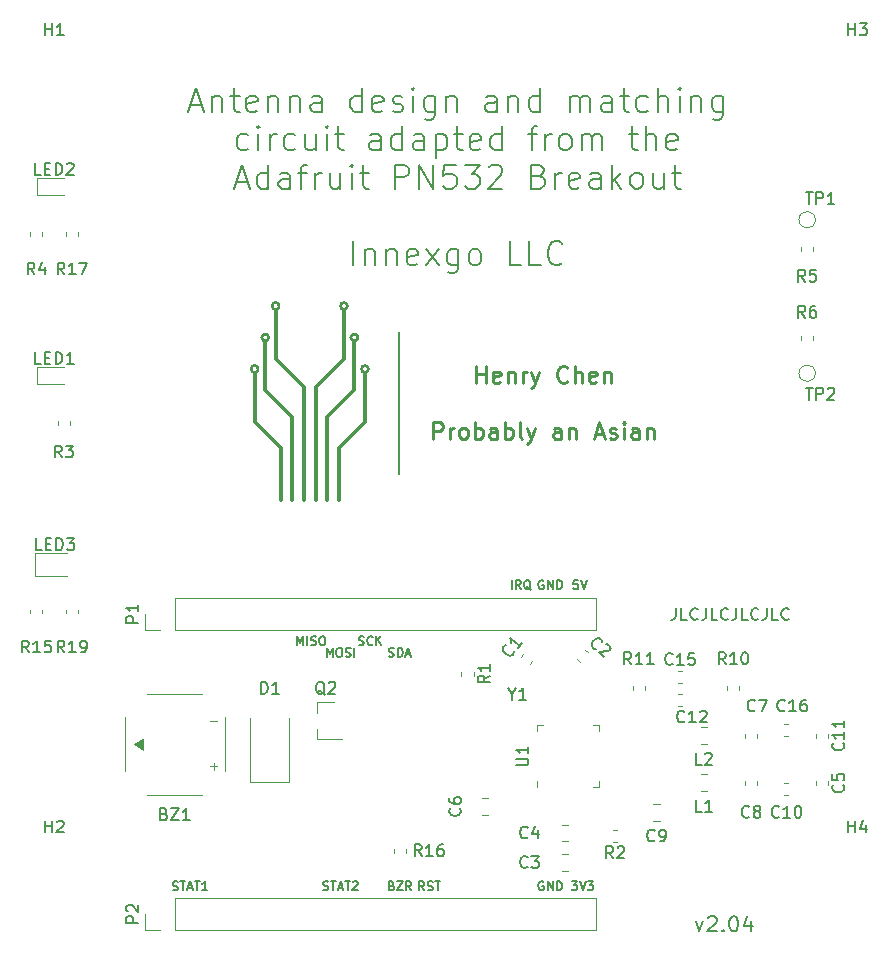
<source format=gto>
G04 #@! TF.GenerationSoftware,KiCad,Pcbnew,(5.1.6)-1*
G04 #@! TF.CreationDate,2022-08-15T01:44:06-07:00*
G04 #@! TF.ProjectId,MFRC522 PCB ESP32,4d465243-3532-4322-9050-434220455350,rev?*
G04 #@! TF.SameCoordinates,Original*
G04 #@! TF.FileFunction,Legend,Top*
G04 #@! TF.FilePolarity,Positive*
%FSLAX46Y46*%
G04 Gerber Fmt 4.6, Leading zero omitted, Abs format (unit mm)*
G04 Created by KiCad (PCBNEW (5.1.6)-1) date 2022-08-15 01:44:06*
%MOMM*%
%LPD*%
G01*
G04 APERTURE LIST*
%ADD10C,0.150000*%
%ADD11C,0.240000*%
%ADD12C,0.280000*%
%ADD13C,0.209999*%
%ADD14C,0.350000*%
%ADD15C,0.203000*%
%ADD16C,0.152000*%
%ADD17C,0.120000*%
%ADD18C,0.100000*%
%ADD19O,2.002000X2.002000*%
%ADD20R,2.002000X2.002000*%
%ADD21R,1.802000X1.802000*%
%ADD22R,3.202000X3.202000*%
%ADD23R,1.002000X0.902000*%
%ADD24R,1.902000X2.602000*%
%ADD25R,2.402000X2.402000*%
%ADD26C,1.448000*%
%ADD27C,3.302000*%
%ADD28C,1.102000*%
G04 APERTURE END LIST*
D10*
X227357142Y-93339285D02*
X227000000Y-93339285D01*
X226964285Y-93696428D01*
X227000000Y-93660714D01*
X227071428Y-93625000D01*
X227250000Y-93625000D01*
X227321428Y-93660714D01*
X227357142Y-93696428D01*
X227392857Y-93767857D01*
X227392857Y-93946428D01*
X227357142Y-94017857D01*
X227321428Y-94053571D01*
X227250000Y-94089285D01*
X227071428Y-94089285D01*
X227000000Y-94053571D01*
X226964285Y-94017857D01*
X227607142Y-93339285D02*
X227857142Y-94089285D01*
X228107142Y-93339285D01*
X224428571Y-93375000D02*
X224357142Y-93339285D01*
X224250000Y-93339285D01*
X224142857Y-93375000D01*
X224071428Y-93446428D01*
X224035714Y-93517857D01*
X224000000Y-93660714D01*
X224000000Y-93767857D01*
X224035714Y-93910714D01*
X224071428Y-93982142D01*
X224142857Y-94053571D01*
X224250000Y-94089285D01*
X224321428Y-94089285D01*
X224428571Y-94053571D01*
X224464285Y-94017857D01*
X224464285Y-93767857D01*
X224321428Y-93767857D01*
X224785714Y-94089285D02*
X224785714Y-93339285D01*
X225214285Y-94089285D01*
X225214285Y-93339285D01*
X225571428Y-94089285D02*
X225571428Y-93339285D01*
X225750000Y-93339285D01*
X225857142Y-93375000D01*
X225928571Y-93446428D01*
X225964285Y-93517857D01*
X226000000Y-93660714D01*
X226000000Y-93767857D01*
X225964285Y-93910714D01*
X225928571Y-93982142D01*
X225857142Y-94053571D01*
X225750000Y-94089285D01*
X225571428Y-94089285D01*
X221732142Y-94089285D02*
X221732142Y-93339285D01*
X222517857Y-94089285D02*
X222267857Y-93732142D01*
X222089285Y-94089285D02*
X222089285Y-93339285D01*
X222375000Y-93339285D01*
X222446428Y-93375000D01*
X222482142Y-93410714D01*
X222517857Y-93482142D01*
X222517857Y-93589285D01*
X222482142Y-93660714D01*
X222446428Y-93696428D01*
X222375000Y-93732142D01*
X222089285Y-93732142D01*
X223339285Y-94160714D02*
X223267857Y-94125000D01*
X223196428Y-94053571D01*
X223089285Y-93946428D01*
X223017857Y-93910714D01*
X222946428Y-93910714D01*
X222982142Y-94089285D02*
X222910714Y-94053571D01*
X222839285Y-93982142D01*
X222803571Y-93839285D01*
X222803571Y-93589285D01*
X222839285Y-93446428D01*
X222910714Y-93375000D01*
X222982142Y-93339285D01*
X223125000Y-93339285D01*
X223196428Y-93375000D01*
X223267857Y-93446428D01*
X223303571Y-93589285D01*
X223303571Y-93839285D01*
X223267857Y-93982142D01*
X223196428Y-94053571D01*
X223125000Y-94089285D01*
X222982142Y-94089285D01*
X211339285Y-99803571D02*
X211446428Y-99839285D01*
X211625000Y-99839285D01*
X211696428Y-99803571D01*
X211732142Y-99767857D01*
X211767857Y-99696428D01*
X211767857Y-99625000D01*
X211732142Y-99553571D01*
X211696428Y-99517857D01*
X211625000Y-99482142D01*
X211482142Y-99446428D01*
X211410714Y-99410714D01*
X211375000Y-99375000D01*
X211339285Y-99303571D01*
X211339285Y-99232142D01*
X211375000Y-99160714D01*
X211410714Y-99125000D01*
X211482142Y-99089285D01*
X211660714Y-99089285D01*
X211767857Y-99125000D01*
X212089285Y-99839285D02*
X212089285Y-99089285D01*
X212267857Y-99089285D01*
X212375000Y-99125000D01*
X212446428Y-99196428D01*
X212482142Y-99267857D01*
X212517857Y-99410714D01*
X212517857Y-99517857D01*
X212482142Y-99660714D01*
X212446428Y-99732142D01*
X212375000Y-99803571D01*
X212267857Y-99839285D01*
X212089285Y-99839285D01*
X212803571Y-99625000D02*
X213160714Y-99625000D01*
X212732142Y-99839285D02*
X212982142Y-99089285D01*
X213232142Y-99839285D01*
X208785714Y-98803571D02*
X208892857Y-98839285D01*
X209071428Y-98839285D01*
X209142857Y-98803571D01*
X209178571Y-98767857D01*
X209214285Y-98696428D01*
X209214285Y-98625000D01*
X209178571Y-98553571D01*
X209142857Y-98517857D01*
X209071428Y-98482142D01*
X208928571Y-98446428D01*
X208857142Y-98410714D01*
X208821428Y-98375000D01*
X208785714Y-98303571D01*
X208785714Y-98232142D01*
X208821428Y-98160714D01*
X208857142Y-98125000D01*
X208928571Y-98089285D01*
X209107142Y-98089285D01*
X209214285Y-98125000D01*
X209964285Y-98767857D02*
X209928571Y-98803571D01*
X209821428Y-98839285D01*
X209750000Y-98839285D01*
X209642857Y-98803571D01*
X209571428Y-98732142D01*
X209535714Y-98660714D01*
X209500000Y-98517857D01*
X209500000Y-98410714D01*
X209535714Y-98267857D01*
X209571428Y-98196428D01*
X209642857Y-98125000D01*
X209750000Y-98089285D01*
X209821428Y-98089285D01*
X209928571Y-98125000D01*
X209964285Y-98160714D01*
X210285714Y-98839285D02*
X210285714Y-98089285D01*
X210714285Y-98839285D02*
X210392857Y-98410714D01*
X210714285Y-98089285D02*
X210285714Y-98517857D01*
X206071428Y-99839285D02*
X206071428Y-99089285D01*
X206321428Y-99625000D01*
X206571428Y-99089285D01*
X206571428Y-99839285D01*
X207071428Y-99089285D02*
X207214285Y-99089285D01*
X207285714Y-99125000D01*
X207357142Y-99196428D01*
X207392857Y-99339285D01*
X207392857Y-99589285D01*
X207357142Y-99732142D01*
X207285714Y-99803571D01*
X207214285Y-99839285D01*
X207071428Y-99839285D01*
X207000000Y-99803571D01*
X206928571Y-99732142D01*
X206892857Y-99589285D01*
X206892857Y-99339285D01*
X206928571Y-99196428D01*
X207000000Y-99125000D01*
X207071428Y-99089285D01*
X207678571Y-99803571D02*
X207785714Y-99839285D01*
X207964285Y-99839285D01*
X208035714Y-99803571D01*
X208071428Y-99767857D01*
X208107142Y-99696428D01*
X208107142Y-99625000D01*
X208071428Y-99553571D01*
X208035714Y-99517857D01*
X207964285Y-99482142D01*
X207821428Y-99446428D01*
X207750000Y-99410714D01*
X207714285Y-99375000D01*
X207678571Y-99303571D01*
X207678571Y-99232142D01*
X207714285Y-99160714D01*
X207750000Y-99125000D01*
X207821428Y-99089285D01*
X208000000Y-99089285D01*
X208107142Y-99125000D01*
X208428571Y-99839285D02*
X208428571Y-99089285D01*
X203571428Y-98839285D02*
X203571428Y-98089285D01*
X203821428Y-98625000D01*
X204071428Y-98089285D01*
X204071428Y-98839285D01*
X204428571Y-98839285D02*
X204428571Y-98089285D01*
X204750000Y-98803571D02*
X204857142Y-98839285D01*
X205035714Y-98839285D01*
X205107142Y-98803571D01*
X205142857Y-98767857D01*
X205178571Y-98696428D01*
X205178571Y-98625000D01*
X205142857Y-98553571D01*
X205107142Y-98517857D01*
X205035714Y-98482142D01*
X204892857Y-98446428D01*
X204821428Y-98410714D01*
X204785714Y-98375000D01*
X204750000Y-98303571D01*
X204750000Y-98232142D01*
X204785714Y-98160714D01*
X204821428Y-98125000D01*
X204892857Y-98089285D01*
X205071428Y-98089285D01*
X205178571Y-98125000D01*
X205642857Y-98089285D02*
X205785714Y-98089285D01*
X205857142Y-98125000D01*
X205928571Y-98196428D01*
X205964285Y-98339285D01*
X205964285Y-98589285D01*
X205928571Y-98732142D01*
X205857142Y-98803571D01*
X205785714Y-98839285D01*
X205642857Y-98839285D01*
X205571428Y-98803571D01*
X205500000Y-98732142D01*
X205464285Y-98589285D01*
X205464285Y-98339285D01*
X205500000Y-98196428D01*
X205571428Y-98125000D01*
X205642857Y-98089285D01*
X193035714Y-119553571D02*
X193142857Y-119589285D01*
X193321428Y-119589285D01*
X193392857Y-119553571D01*
X193428571Y-119517857D01*
X193464285Y-119446428D01*
X193464285Y-119375000D01*
X193428571Y-119303571D01*
X193392857Y-119267857D01*
X193321428Y-119232142D01*
X193178571Y-119196428D01*
X193107142Y-119160714D01*
X193071428Y-119125000D01*
X193035714Y-119053571D01*
X193035714Y-118982142D01*
X193071428Y-118910714D01*
X193107142Y-118875000D01*
X193178571Y-118839285D01*
X193357142Y-118839285D01*
X193464285Y-118875000D01*
X193678571Y-118839285D02*
X194107142Y-118839285D01*
X193892857Y-119589285D02*
X193892857Y-118839285D01*
X194321428Y-119375000D02*
X194678571Y-119375000D01*
X194250000Y-119589285D02*
X194500000Y-118839285D01*
X194750000Y-119589285D01*
X194892857Y-118839285D02*
X195321428Y-118839285D01*
X195107142Y-119589285D02*
X195107142Y-118839285D01*
X195964285Y-119589285D02*
X195535714Y-119589285D01*
X195750000Y-119589285D02*
X195750000Y-118839285D01*
X195678571Y-118946428D01*
X195607142Y-119017857D01*
X195535714Y-119053571D01*
X211571428Y-119196428D02*
X211678571Y-119232142D01*
X211714285Y-119267857D01*
X211750000Y-119339285D01*
X211750000Y-119446428D01*
X211714285Y-119517857D01*
X211678571Y-119553571D01*
X211607142Y-119589285D01*
X211321428Y-119589285D01*
X211321428Y-118839285D01*
X211571428Y-118839285D01*
X211642857Y-118875000D01*
X211678571Y-118910714D01*
X211714285Y-118982142D01*
X211714285Y-119053571D01*
X211678571Y-119125000D01*
X211642857Y-119160714D01*
X211571428Y-119196428D01*
X211321428Y-119196428D01*
X212000000Y-118839285D02*
X212500000Y-118839285D01*
X212000000Y-119589285D01*
X212500000Y-119589285D01*
X213214285Y-119589285D02*
X212964285Y-119232142D01*
X212785714Y-119589285D02*
X212785714Y-118839285D01*
X213071428Y-118839285D01*
X213142857Y-118875000D01*
X213178571Y-118910714D01*
X213214285Y-118982142D01*
X213214285Y-119089285D01*
X213178571Y-119160714D01*
X213142857Y-119196428D01*
X213071428Y-119232142D01*
X212785714Y-119232142D01*
X226821428Y-118839285D02*
X227285714Y-118839285D01*
X227035714Y-119125000D01*
X227142857Y-119125000D01*
X227214285Y-119160714D01*
X227250000Y-119196428D01*
X227285714Y-119267857D01*
X227285714Y-119446428D01*
X227250000Y-119517857D01*
X227214285Y-119553571D01*
X227142857Y-119589285D01*
X226928571Y-119589285D01*
X226857142Y-119553571D01*
X226821428Y-119517857D01*
X227500000Y-118839285D02*
X227750000Y-119589285D01*
X228000000Y-118839285D01*
X228178571Y-118839285D02*
X228642857Y-118839285D01*
X228392857Y-119125000D01*
X228500000Y-119125000D01*
X228571428Y-119160714D01*
X228607142Y-119196428D01*
X228642857Y-119267857D01*
X228642857Y-119446428D01*
X228607142Y-119517857D01*
X228571428Y-119553571D01*
X228500000Y-119589285D01*
X228285714Y-119589285D01*
X228214285Y-119553571D01*
X228178571Y-119517857D01*
X224428571Y-118875000D02*
X224357142Y-118839285D01*
X224250000Y-118839285D01*
X224142857Y-118875000D01*
X224071428Y-118946428D01*
X224035714Y-119017857D01*
X224000000Y-119160714D01*
X224000000Y-119267857D01*
X224035714Y-119410714D01*
X224071428Y-119482142D01*
X224142857Y-119553571D01*
X224250000Y-119589285D01*
X224321428Y-119589285D01*
X224428571Y-119553571D01*
X224464285Y-119517857D01*
X224464285Y-119267857D01*
X224321428Y-119267857D01*
X224785714Y-119589285D02*
X224785714Y-118839285D01*
X225214285Y-119589285D01*
X225214285Y-118839285D01*
X225571428Y-119589285D02*
X225571428Y-118839285D01*
X225750000Y-118839285D01*
X225857142Y-118875000D01*
X225928571Y-118946428D01*
X225964285Y-119017857D01*
X226000000Y-119160714D01*
X226000000Y-119267857D01*
X225964285Y-119410714D01*
X225928571Y-119482142D01*
X225857142Y-119553571D01*
X225750000Y-119589285D01*
X225571428Y-119589285D01*
X214339285Y-119589285D02*
X214089285Y-119232142D01*
X213910714Y-119589285D02*
X213910714Y-118839285D01*
X214196428Y-118839285D01*
X214267857Y-118875000D01*
X214303571Y-118910714D01*
X214339285Y-118982142D01*
X214339285Y-119089285D01*
X214303571Y-119160714D01*
X214267857Y-119196428D01*
X214196428Y-119232142D01*
X213910714Y-119232142D01*
X214625000Y-119553571D02*
X214732142Y-119589285D01*
X214910714Y-119589285D01*
X214982142Y-119553571D01*
X215017857Y-119517857D01*
X215053571Y-119446428D01*
X215053571Y-119375000D01*
X215017857Y-119303571D01*
X214982142Y-119267857D01*
X214910714Y-119232142D01*
X214767857Y-119196428D01*
X214696428Y-119160714D01*
X214660714Y-119125000D01*
X214625000Y-119053571D01*
X214625000Y-118982142D01*
X214660714Y-118910714D01*
X214696428Y-118875000D01*
X214767857Y-118839285D01*
X214946428Y-118839285D01*
X215053571Y-118875000D01*
X215267857Y-118839285D02*
X215696428Y-118839285D01*
X215482142Y-119589285D02*
X215482142Y-118839285D01*
X205785714Y-119553571D02*
X205892857Y-119589285D01*
X206071428Y-119589285D01*
X206142857Y-119553571D01*
X206178571Y-119517857D01*
X206214285Y-119446428D01*
X206214285Y-119375000D01*
X206178571Y-119303571D01*
X206142857Y-119267857D01*
X206071428Y-119232142D01*
X205928571Y-119196428D01*
X205857142Y-119160714D01*
X205821428Y-119125000D01*
X205785714Y-119053571D01*
X205785714Y-118982142D01*
X205821428Y-118910714D01*
X205857142Y-118875000D01*
X205928571Y-118839285D01*
X206107142Y-118839285D01*
X206214285Y-118875000D01*
X206428571Y-118839285D02*
X206857142Y-118839285D01*
X206642857Y-119589285D02*
X206642857Y-118839285D01*
X207071428Y-119375000D02*
X207428571Y-119375000D01*
X207000000Y-119589285D02*
X207250000Y-118839285D01*
X207500000Y-119589285D01*
X207642857Y-118839285D02*
X208071428Y-118839285D01*
X207857142Y-119589285D02*
X207857142Y-118839285D01*
X208285714Y-118910714D02*
X208321428Y-118875000D01*
X208392857Y-118839285D01*
X208571428Y-118839285D01*
X208642857Y-118875000D01*
X208678571Y-118910714D01*
X208714285Y-118982142D01*
X208714285Y-119053571D01*
X208678571Y-119160714D01*
X208250000Y-119589285D01*
X208714285Y-119589285D01*
X235630952Y-95702380D02*
X235630952Y-96416666D01*
X235583333Y-96559523D01*
X235488095Y-96654761D01*
X235345238Y-96702380D01*
X235250000Y-96702380D01*
X236583333Y-96702380D02*
X236107142Y-96702380D01*
X236107142Y-95702380D01*
X237488095Y-96607142D02*
X237440476Y-96654761D01*
X237297619Y-96702380D01*
X237202380Y-96702380D01*
X237059523Y-96654761D01*
X236964285Y-96559523D01*
X236916666Y-96464285D01*
X236869047Y-96273809D01*
X236869047Y-96130952D01*
X236916666Y-95940476D01*
X236964285Y-95845238D01*
X237059523Y-95750000D01*
X237202380Y-95702380D01*
X237297619Y-95702380D01*
X237440476Y-95750000D01*
X237488095Y-95797619D01*
X238202380Y-95702380D02*
X238202380Y-96416666D01*
X238154761Y-96559523D01*
X238059523Y-96654761D01*
X237916666Y-96702380D01*
X237821428Y-96702380D01*
X239154761Y-96702380D02*
X238678571Y-96702380D01*
X238678571Y-95702380D01*
X240059523Y-96607142D02*
X240011904Y-96654761D01*
X239869047Y-96702380D01*
X239773809Y-96702380D01*
X239630952Y-96654761D01*
X239535714Y-96559523D01*
X239488095Y-96464285D01*
X239440476Y-96273809D01*
X239440476Y-96130952D01*
X239488095Y-95940476D01*
X239535714Y-95845238D01*
X239630952Y-95750000D01*
X239773809Y-95702380D01*
X239869047Y-95702380D01*
X240011904Y-95750000D01*
X240059523Y-95797619D01*
X240773809Y-95702380D02*
X240773809Y-96416666D01*
X240726190Y-96559523D01*
X240630952Y-96654761D01*
X240488095Y-96702380D01*
X240392857Y-96702380D01*
X241726190Y-96702380D02*
X241250000Y-96702380D01*
X241250000Y-95702380D01*
X242630952Y-96607142D02*
X242583333Y-96654761D01*
X242440476Y-96702380D01*
X242345238Y-96702380D01*
X242202380Y-96654761D01*
X242107142Y-96559523D01*
X242059523Y-96464285D01*
X242011904Y-96273809D01*
X242011904Y-96130952D01*
X242059523Y-95940476D01*
X242107142Y-95845238D01*
X242202380Y-95750000D01*
X242345238Y-95702380D01*
X242440476Y-95702380D01*
X242583333Y-95750000D01*
X242630952Y-95797619D01*
X243345238Y-95702380D02*
X243345238Y-96416666D01*
X243297619Y-96559523D01*
X243202380Y-96654761D01*
X243059523Y-96702380D01*
X242964285Y-96702380D01*
X244297619Y-96702380D02*
X243821428Y-96702380D01*
X243821428Y-95702380D01*
X245202380Y-96607142D02*
X245154761Y-96654761D01*
X245011904Y-96702380D01*
X244916666Y-96702380D01*
X244773809Y-96654761D01*
X244678571Y-96559523D01*
X244630952Y-96464285D01*
X244583333Y-96273809D01*
X244583333Y-96130952D01*
X244630952Y-95940476D01*
X244678571Y-95845238D01*
X244773809Y-95750000D01*
X244916666Y-95702380D01*
X245011904Y-95702380D01*
X245154761Y-95750000D01*
X245202380Y-95797619D01*
D11*
X209610780Y-75466295D02*
G75*
G03*
X209610780Y-75466295I-295000J0D01*
G01*
X208721780Y-72799295D02*
G75*
G03*
X208721780Y-72799295I-295000J0D01*
G01*
X207832780Y-70132295D02*
G75*
G03*
X207832780Y-70132295I-295000J0D01*
G01*
X202054280Y-70132295D02*
G75*
G03*
X202054280Y-70132295I-295000J0D01*
G01*
X201165280Y-72799295D02*
G75*
G03*
X201165280Y-72799295I-295000J0D01*
G01*
X200276280Y-75466295D02*
G75*
G03*
X200276280Y-75466295I-295000J0D01*
G01*
D12*
X228928896Y-75875235D02*
X228928896Y-75875235D01*
X229928131Y-75675211D02*
X229928131Y-75675211D01*
X229528082Y-75808561D02*
X229594756Y-75741886D01*
X215761919Y-80035756D02*
X215761919Y-80035756D01*
X229528082Y-75675211D02*
X229528082Y-76608661D01*
X228862221Y-75741886D02*
X228928896Y-75875235D01*
X227662071Y-75875235D02*
X227595397Y-75741886D01*
X228462172Y-75675211D02*
X228462172Y-75675211D01*
X228262146Y-75875235D02*
X228262146Y-75875235D01*
X228728870Y-76608661D02*
X228462172Y-76608661D01*
X227462045Y-75675211D02*
X227462045Y-75675211D01*
X227262022Y-75675211D02*
X227128670Y-75741886D01*
X228928896Y-76008585D02*
X228262146Y-76141936D01*
X215095168Y-79969081D02*
X215095168Y-79969081D01*
X228928896Y-75875235D02*
X228928896Y-76008585D01*
X228328821Y-76541986D02*
X228328821Y-76541986D01*
X228928896Y-76008585D02*
X228928896Y-76008585D01*
X230128157Y-75875235D02*
X230128157Y-75875235D01*
X229594756Y-75741886D02*
X229728108Y-75675211D01*
X229594756Y-75741886D02*
X229594756Y-75741886D01*
X228328821Y-76541986D02*
X228262146Y-76408635D01*
X227595397Y-75741886D02*
X227595397Y-75741886D01*
X228262146Y-75875235D02*
X228328821Y-75741886D01*
X215095168Y-81368366D02*
X215095168Y-79969081D01*
X230128157Y-75875235D02*
X230128157Y-76608661D01*
X230061482Y-75741886D02*
X230128157Y-75875235D01*
X228262146Y-76408635D02*
X228262146Y-75875235D01*
X230061482Y-75741886D02*
X230061482Y-75741886D01*
X228728870Y-75675211D02*
X228728870Y-75675211D01*
X229728108Y-75675211D02*
X229728108Y-75675211D01*
X228728870Y-75675211D02*
X228862221Y-75741886D01*
X227662071Y-75875235D02*
X227662071Y-75875235D01*
X228462172Y-76608661D02*
X228462172Y-76608661D01*
X228728870Y-76608661D02*
X228728870Y-76608661D01*
X227128670Y-75741886D02*
X227061996Y-75808561D01*
X227128670Y-75741886D02*
X227128670Y-75741886D01*
X227595397Y-75741886D02*
X227462045Y-75675211D01*
X228462172Y-75675211D02*
X228728870Y-75675211D01*
X215895268Y-80235780D02*
X215895268Y-80435806D01*
X215628569Y-79969081D02*
X215628569Y-79969081D01*
X227262022Y-75675211D02*
X227262022Y-75675211D01*
X215628569Y-79969081D02*
X215761919Y-80035756D01*
X215095168Y-79969081D02*
X215628569Y-79969081D01*
X229928131Y-75675211D02*
X230061482Y-75741886D01*
X228328821Y-75741886D02*
X228462172Y-75675211D01*
X228862221Y-76541986D02*
X228728870Y-76608661D01*
X228328821Y-75741886D02*
X228328821Y-75741886D01*
X227462045Y-75675211D02*
X227262022Y-75675211D01*
X229728108Y-75675211D02*
X229928131Y-75675211D01*
X228862221Y-75741886D02*
X228862221Y-75741886D01*
X228262146Y-76408635D02*
X228262146Y-76408635D01*
X215895268Y-80235780D02*
X215895268Y-80235780D01*
X215828593Y-80102431D02*
X215895268Y-80235780D01*
X215828593Y-80102431D02*
X215828593Y-80102431D01*
X215761919Y-80035756D02*
X215828593Y-80102431D01*
X228462172Y-76608661D02*
X228328821Y-76541986D01*
X222495202Y-81301692D02*
X222428528Y-81168342D01*
X218761404Y-81368366D02*
X218628943Y-81301692D01*
X222428528Y-81168342D02*
X222428528Y-79969081D01*
X220294929Y-80435806D02*
X220294929Y-80435806D01*
X222428528Y-81168342D02*
X222428528Y-81168342D01*
X221295053Y-81368366D02*
X221161703Y-81301692D01*
X221295053Y-81368366D02*
X221295053Y-81368366D01*
X221761778Y-81235016D02*
X221761778Y-81235016D01*
X219894878Y-81301692D02*
X219894878Y-81301692D01*
X218761404Y-81368366D02*
X218761404Y-81368366D01*
X221561754Y-81368366D02*
X221561754Y-81368366D01*
X221695104Y-81301692D02*
X221695104Y-81301692D01*
X221761778Y-81235016D02*
X221695104Y-81301692D01*
X221761778Y-80569156D02*
X221828453Y-80701617D01*
X220361603Y-80834967D02*
X220494954Y-80768291D01*
X221295053Y-80435806D02*
X221295053Y-80435806D01*
X221695104Y-80502480D02*
X221761778Y-80569156D01*
X221561754Y-80435806D02*
X221561754Y-80435806D01*
X219828204Y-81168342D02*
X219828204Y-81034992D01*
X220428279Y-80502480D02*
X220294929Y-80435806D01*
X220494954Y-81368366D02*
X220494954Y-80634941D01*
X223028603Y-80435806D02*
X223361978Y-81368366D01*
X220361603Y-80834967D02*
X220361603Y-80834967D01*
X220294929Y-80435806D02*
X220028229Y-80435806D01*
X220028229Y-81368366D02*
X219894878Y-81301692D01*
X220028229Y-80435806D02*
X220028229Y-80435806D01*
X220361603Y-81368366D02*
X220028229Y-81368366D01*
X222628554Y-81368366D02*
X222495202Y-81301692D01*
X221161703Y-80502480D02*
X221295053Y-80435806D01*
X221561754Y-81368366D02*
X221295053Y-81368366D01*
X220028229Y-80834967D02*
X220028229Y-80834967D01*
X221695104Y-81301692D02*
X221561754Y-81368366D01*
X220361603Y-81368366D02*
X220361603Y-81368366D01*
X221828453Y-80701617D02*
X221828453Y-81101666D01*
X219161453Y-81301692D02*
X219028104Y-81368366D01*
X219028104Y-81368366D02*
X219028104Y-81368366D01*
X221828453Y-80701617D02*
X221828453Y-80701617D01*
X221761778Y-80569156D02*
X221761778Y-80569156D01*
X220494954Y-81301692D02*
X220361603Y-81368366D01*
X219894878Y-80901641D02*
X220028229Y-80834967D01*
X220028229Y-81368366D02*
X220028229Y-81368366D01*
X221561754Y-80435806D02*
X221695104Y-80502480D01*
X219828204Y-81168342D02*
X219828204Y-81168342D01*
X220028229Y-80435806D02*
X219894878Y-80502480D01*
X221828453Y-81101666D02*
X221828453Y-81101666D01*
X220028229Y-80834967D02*
X220361603Y-80834967D01*
X219828204Y-81034992D02*
X219894878Y-80901641D01*
X222495202Y-81301692D02*
X222495202Y-81301692D01*
X221695104Y-80502480D02*
X221695104Y-80502480D01*
X223228629Y-81701741D02*
X223161955Y-81768417D01*
X221828453Y-81101666D02*
X221761778Y-81235016D01*
X220428279Y-80502480D02*
X220428279Y-80502480D01*
X221295053Y-80435806D02*
X221561754Y-80435806D01*
X219894878Y-80901641D02*
X219894878Y-80901641D01*
X223228629Y-81701741D02*
X223228629Y-81701741D01*
X219894878Y-81301692D02*
X219828204Y-81168342D01*
X221161703Y-81368366D02*
X221161703Y-79969081D01*
X219028104Y-81368366D02*
X218761404Y-81368366D01*
X219828204Y-81034992D02*
X219828204Y-81034992D01*
X223361978Y-81368366D02*
X223228629Y-81701741D01*
X223695353Y-80435806D02*
X223361978Y-81368366D01*
X220494954Y-80634941D02*
X220428279Y-80502480D01*
X220494954Y-80634941D02*
X220494954Y-80634941D01*
X223361978Y-81368366D02*
X223361978Y-81368366D01*
X217295442Y-80701617D02*
X217295442Y-80701617D01*
X219294803Y-80701617D02*
X219294803Y-81101666D01*
X219294803Y-80701617D02*
X219294803Y-80701617D01*
X219228129Y-80569156D02*
X219228129Y-80569156D01*
X219161453Y-80502480D02*
X219228129Y-80569156D01*
X219028104Y-80435806D02*
X219028104Y-80435806D01*
X217362118Y-81235016D02*
X217295442Y-81101666D01*
X217762167Y-81368366D02*
X217562143Y-81368366D01*
X217895518Y-80502480D02*
X217895518Y-80502480D01*
X216762043Y-80435806D02*
X216762043Y-80435806D01*
X217962193Y-80569156D02*
X217962193Y-80569156D01*
X217362118Y-80569156D02*
X217362118Y-80569156D01*
X217295442Y-80701617D02*
X217362118Y-80569156D01*
X217428793Y-81301692D02*
X217428793Y-81301692D01*
X216495343Y-80701617D02*
X216562018Y-80569156D01*
X215761919Y-80634941D02*
X215628569Y-80701617D01*
X217428793Y-81301692D02*
X217362118Y-81235016D01*
X216762043Y-80435806D02*
X216895393Y-80435806D01*
X215628569Y-80701617D02*
X215095168Y-80701617D01*
X219028104Y-80435806D02*
X219161453Y-80502480D01*
X218761404Y-80435806D02*
X219028104Y-80435806D01*
X218628943Y-80502480D02*
X218761404Y-80435806D01*
X218628943Y-81368366D02*
X218628943Y-79969081D01*
X215828593Y-80569156D02*
X215761919Y-80634941D01*
X217762167Y-81368366D02*
X217762167Y-81368366D01*
X217895518Y-81301692D02*
X217895518Y-81301692D01*
X218028868Y-81101666D02*
X218028868Y-81101666D01*
X217362118Y-80569156D02*
X217428793Y-80502480D01*
X215761919Y-80634941D02*
X215761919Y-80634941D01*
X217762167Y-80435806D02*
X217895518Y-80502480D01*
X215895268Y-80435806D02*
X215828593Y-80569156D01*
X217962193Y-81235016D02*
X217895518Y-81301692D01*
X217962193Y-81235016D02*
X217962193Y-81235016D01*
X217762167Y-80435806D02*
X217762167Y-80435806D01*
X217562143Y-80435806D02*
X217562143Y-80435806D01*
X216562018Y-80569156D02*
X216562018Y-80569156D01*
X215828593Y-80569156D02*
X215828593Y-80569156D01*
X217295442Y-81101666D02*
X217295442Y-81101666D01*
X217428793Y-80502480D02*
X217562143Y-80435806D01*
X216562018Y-80569156D02*
X216628693Y-80502480D01*
X217562143Y-81368366D02*
X217428793Y-81301692D01*
X217362118Y-81235016D02*
X217362118Y-81235016D01*
X218028868Y-80701617D02*
X218028868Y-81101666D01*
X218028868Y-81101666D02*
X217962193Y-81235016D01*
X216628693Y-80502480D02*
X216628693Y-80502480D01*
X217428793Y-80502480D02*
X217428793Y-80502480D01*
X218028868Y-80701617D02*
X218028868Y-80701617D01*
X217295442Y-81101666D02*
X217295442Y-80701617D01*
X216495343Y-81368366D02*
X216495343Y-80435806D01*
X219161453Y-81301692D02*
X219161453Y-81301692D01*
X219228129Y-81235016D02*
X219228129Y-81235016D01*
X218761404Y-80435806D02*
X218761404Y-80435806D01*
X216628693Y-80502480D02*
X216762043Y-80435806D01*
X215628569Y-80701617D02*
X215628569Y-80701617D01*
X219294803Y-81101666D02*
X219228129Y-81235016D01*
X219228129Y-81235016D02*
X219161453Y-81301692D01*
X215895268Y-80435806D02*
X215895268Y-80435806D01*
X217895518Y-81301692D02*
X217762167Y-81368366D01*
X219228129Y-80569156D02*
X219294803Y-80701617D01*
X217895518Y-80502480D02*
X217962193Y-80569156D01*
X217562143Y-80435806D02*
X217762167Y-80435806D01*
X219161453Y-80502480D02*
X219161453Y-80502480D01*
X217962193Y-80569156D02*
X218028868Y-80701617D01*
X219294803Y-81101666D02*
X219294803Y-81101666D01*
X220128686Y-76408635D02*
X220128686Y-75875235D01*
X220195361Y-75741886D02*
X220195361Y-75741886D01*
X220328711Y-76608661D02*
X220195361Y-76541986D01*
X220328711Y-76608661D02*
X220328711Y-76608661D01*
X220728760Y-76541986D02*
X220595411Y-76608661D01*
X220128686Y-75875235D02*
X220195361Y-75741886D01*
X220195361Y-76541986D02*
X220128686Y-76408635D01*
X220595411Y-75675211D02*
X220595411Y-75675211D01*
X220728760Y-75741886D02*
X220728760Y-75741886D01*
X220595411Y-75675211D02*
X220728760Y-75741886D01*
X220328711Y-75675211D02*
X220595411Y-75675211D01*
X220328711Y-75675211D02*
X220328711Y-75675211D01*
X219528611Y-76608661D02*
X219528611Y-75208486D01*
X218728511Y-75875235D02*
X219528611Y-75875235D01*
X218728511Y-76608661D02*
X218728511Y-75208486D01*
X220128686Y-76408635D02*
X220128686Y-76408635D01*
X220595411Y-76608661D02*
X220328711Y-76608661D01*
X220195361Y-76541986D02*
X220195361Y-76541986D01*
X220195361Y-75741886D02*
X220328711Y-75675211D01*
X220128686Y-75875235D02*
X220128686Y-75875235D01*
X220595411Y-76608661D02*
X220595411Y-76608661D01*
D13*
X212205030Y-72354796D02*
X212205030Y-84356296D01*
D12*
X222661446Y-75941910D02*
X222728121Y-75808561D01*
X220795436Y-75875235D02*
X220795436Y-76008585D01*
X222794795Y-75741886D02*
X222928147Y-75675211D01*
X223528222Y-77008710D02*
X223528222Y-77008710D01*
X225861845Y-75275161D02*
X225861845Y-75275161D01*
X223394870Y-75675211D02*
X223728245Y-76608661D01*
X225661822Y-75541860D02*
X225728497Y-75408510D01*
X225661822Y-75541860D02*
X225661822Y-75541860D01*
X226061871Y-76608661D02*
X225861845Y-76541986D01*
X225595145Y-75808561D02*
X225661822Y-75541860D01*
X221795560Y-75675211D02*
X221795560Y-75675211D01*
X226195220Y-76608661D02*
X226061871Y-76608661D01*
X223594896Y-76942035D02*
X223594896Y-76942035D01*
X221995586Y-75875235D02*
X221995586Y-75875235D01*
X222928147Y-75675211D02*
X222928147Y-75675211D01*
X222794795Y-75741886D02*
X222794795Y-75741886D01*
X222928147Y-75675211D02*
X223061496Y-75675211D01*
X222728121Y-75808561D02*
X222728121Y-75808561D01*
X221462185Y-75741886D02*
X221462185Y-75741886D01*
X222728121Y-75808561D02*
X222794795Y-75741886D01*
X225595145Y-75808561D02*
X225595145Y-75808561D01*
X225661822Y-76275286D02*
X225595145Y-76008585D01*
X226395246Y-76541986D02*
X226395246Y-76541986D01*
X226395246Y-76541986D02*
X226195220Y-76608661D01*
X223528222Y-77008710D02*
X223394870Y-77075386D01*
X221462185Y-75741886D02*
X221595536Y-75675211D01*
X226061871Y-75208486D02*
X226195220Y-75208486D01*
X221795560Y-75675211D02*
X221928912Y-75741886D01*
X226195220Y-75208486D02*
X226195220Y-75208486D01*
X223728245Y-76608661D02*
X223728245Y-76608661D01*
X220795436Y-76008585D02*
X220128686Y-76141936D01*
X221595536Y-75675211D02*
X221795560Y-75675211D01*
X227662071Y-76608661D02*
X227662071Y-75875235D01*
X227061996Y-76608661D02*
X227061996Y-75208486D01*
X226395246Y-75275161D02*
X226461921Y-75341835D01*
X222661446Y-76608661D02*
X222661446Y-75675211D01*
X225595145Y-76008585D02*
X225595145Y-76008585D01*
X226395246Y-75275161D02*
X226395246Y-75275161D01*
X226195220Y-76608661D02*
X226195220Y-76608661D01*
X224061623Y-75675211D02*
X223728245Y-76608661D01*
X223594896Y-76942035D02*
X223528222Y-77008710D01*
X225728497Y-76408635D02*
X225661822Y-76275286D01*
X226061871Y-76608661D02*
X226061871Y-76608661D01*
X221995586Y-75875235D02*
X221995586Y-76608661D01*
X223728245Y-76608661D02*
X223594896Y-76942035D01*
X221395511Y-75675211D02*
X221395511Y-76608661D01*
X226195220Y-75208486D02*
X226395246Y-75275161D01*
X225728497Y-75408510D02*
X225861845Y-75275161D01*
X225728497Y-75408510D02*
X225728497Y-75408510D01*
X225728497Y-76408635D02*
X225728497Y-76408635D01*
X225861845Y-76541986D02*
X225861845Y-76541986D01*
X221928912Y-75741886D02*
X221995586Y-75875235D01*
X221928912Y-75741886D02*
X221928912Y-75741886D01*
X220795436Y-75875235D02*
X220795436Y-75875235D01*
X220728760Y-75741886D02*
X220795436Y-75875235D01*
X220795436Y-76008585D02*
X220795436Y-76008585D01*
X226061871Y-75208486D02*
X226061871Y-75208486D01*
X226461921Y-76475310D02*
X226395246Y-76541986D01*
X221595536Y-75675211D02*
X221595536Y-75675211D01*
X225861845Y-75275161D02*
X226061871Y-75208486D01*
X225861845Y-76541986D02*
X225728497Y-76408635D01*
X225595145Y-76008585D02*
X225595145Y-75808561D01*
X221395511Y-75808561D02*
X221462185Y-75741886D01*
X225661822Y-76275286D02*
X225661822Y-76275286D01*
X227161563Y-80634941D02*
X227161563Y-80634941D01*
X226961540Y-80435806D02*
X226961540Y-80435806D01*
X226761514Y-80435806D02*
X226961540Y-80435806D01*
X225295552Y-81301692D02*
X225228878Y-81168342D01*
X226761514Y-80435806D02*
X226761514Y-80435806D01*
X225428904Y-80834967D02*
X225428904Y-80834967D01*
X226561490Y-80569156D02*
X226628165Y-80502480D01*
X225228878Y-81034992D02*
X225228878Y-81034992D01*
X225295552Y-80901641D02*
X225428904Y-80834967D01*
X225762278Y-80834967D02*
X225762278Y-80834967D01*
X225695604Y-80435806D02*
X225428904Y-80435806D01*
X225695604Y-80435806D02*
X225695604Y-80435806D01*
X225428904Y-80834967D02*
X225762278Y-80834967D01*
X223161955Y-81768417D02*
X223161955Y-81768417D01*
X226628165Y-80502480D02*
X226761514Y-80435806D01*
X225428904Y-81368366D02*
X225428904Y-81368366D01*
X230428639Y-81368366D02*
X230428639Y-81368366D01*
X227094888Y-80502480D02*
X227161563Y-80634941D01*
X225228878Y-81168342D02*
X225228878Y-81168342D01*
X225894738Y-81301692D02*
X225762278Y-81368366D01*
X230161939Y-81368366D02*
X230428639Y-81368366D01*
X226961540Y-80435806D02*
X227094888Y-80502480D01*
X230028590Y-81301692D02*
X230161939Y-81368366D01*
X225428904Y-81368366D02*
X225295552Y-81301692D01*
X225428904Y-80435806D02*
X225295552Y-80502480D01*
X227094888Y-80502480D02*
X227094888Y-80502480D01*
X226628165Y-80502480D02*
X226628165Y-80502480D01*
X225762278Y-81368366D02*
X225428904Y-81368366D01*
X225295552Y-81301692D02*
X225295552Y-81301692D01*
X230628665Y-81101666D02*
X230561988Y-80968317D01*
X230628665Y-81101666D02*
X230628665Y-81101666D01*
X226561490Y-80435806D02*
X226561490Y-81368366D01*
X225828064Y-80502480D02*
X225828064Y-80502480D01*
X225228878Y-81168342D02*
X225228878Y-81034992D01*
X230628665Y-81168342D02*
X230628665Y-81101666D01*
X225762278Y-80834967D02*
X225894738Y-80768291D01*
X230428639Y-81368366D02*
X230561988Y-81301692D01*
X225295552Y-80901641D02*
X225295552Y-80901641D01*
X230628665Y-81168342D02*
X230628665Y-81168342D01*
X225428904Y-80435806D02*
X225428904Y-80435806D01*
X230561988Y-81301692D02*
X230628665Y-81168342D01*
X230561988Y-81301692D02*
X230561988Y-81301692D01*
X230161939Y-81368366D02*
X230161939Y-81368366D01*
X225228878Y-81034992D02*
X225295552Y-80901641D01*
X225894738Y-80634941D02*
X225828064Y-80502480D01*
X228695088Y-81368366D02*
X229161814Y-79969081D01*
X227161563Y-80634941D02*
X227161563Y-81368366D01*
X225828064Y-80502480D02*
X225695604Y-80435806D01*
X229161814Y-79969081D02*
X229628538Y-81368366D01*
X229161814Y-79969081D02*
X229161814Y-79969081D01*
X225894738Y-80634941D02*
X225894738Y-80634941D01*
X228828439Y-80968317D02*
X229495189Y-80968317D01*
X225762278Y-81368366D02*
X225762278Y-81368366D01*
X225894738Y-81368366D02*
X225894738Y-80634941D01*
X223161955Y-81768417D02*
X223028603Y-81835091D01*
D14*
X204159580Y-86578795D02*
X204159580Y-76977596D01*
X199981280Y-79911296D02*
X199981280Y-75819355D01*
X209315780Y-79911296D02*
X209315780Y-75821895D01*
D12*
X233761500Y-80634941D02*
X233761500Y-80634941D01*
D14*
X206115380Y-86578795D02*
X206115380Y-79555695D01*
X200870280Y-77244295D02*
X200870280Y-73154895D01*
X202203780Y-82133795D02*
X199981280Y-79911296D01*
X203181680Y-79555695D02*
X200870280Y-77244295D01*
X204159580Y-76977596D02*
X201759280Y-74577296D01*
X207537780Y-74577296D02*
X207537780Y-70487895D01*
X205137480Y-86578795D02*
X205137480Y-76977596D01*
X205137480Y-76977596D02*
X207537780Y-74577296D01*
X207093280Y-82133795D02*
X209315780Y-79911296D01*
X207093280Y-86578795D02*
X207093280Y-82133795D01*
X201759280Y-74577296D02*
X201759280Y-70487895D01*
X208426780Y-77244295D02*
X208426780Y-73154895D01*
X202203780Y-86578795D02*
X202203780Y-82133795D01*
D12*
X233761500Y-80634941D02*
X233761500Y-81368366D01*
D14*
X206115380Y-79555695D02*
X208426780Y-77244295D01*
X203181680Y-86578795D02*
X203181680Y-79555695D01*
D12*
X231895490Y-81301692D02*
X231895490Y-81301692D01*
X230228613Y-80435806D02*
X230428639Y-80435806D01*
X232495565Y-81301692D02*
X232362213Y-81368366D01*
X232428888Y-80502480D02*
X232295539Y-80435806D01*
X230095264Y-80834967D02*
X230028590Y-80701617D01*
X230228613Y-80901641D02*
X230228613Y-80901641D01*
X230428639Y-80901641D02*
X230228613Y-80901641D01*
X232295539Y-80435806D02*
X232295539Y-80435806D01*
X231895490Y-80901641D02*
X232028838Y-80834967D01*
X230095264Y-80502480D02*
X230095264Y-80502480D01*
X231295414Y-80035756D02*
X231295414Y-80035756D01*
X232495565Y-81368366D02*
X232495565Y-80634941D01*
X232495565Y-80634941D02*
X232428888Y-80502480D01*
X232362213Y-80834967D02*
X232362213Y-80834967D01*
X231895490Y-80901641D02*
X231895490Y-80901641D01*
X231828813Y-81034992D02*
X231828813Y-81034992D01*
X232362213Y-81368366D02*
X232028838Y-81368366D01*
X231162063Y-80035756D02*
X231162063Y-80035756D01*
X230028590Y-80701617D02*
X230028590Y-80701617D01*
X232495565Y-80634941D02*
X232495565Y-80634941D01*
X232028838Y-80435806D02*
X232028838Y-80435806D01*
X230561988Y-80968317D02*
X230428639Y-80901641D01*
X232362213Y-81368366D02*
X232362213Y-81368366D01*
X232295539Y-80435806D02*
X232028838Y-80435806D01*
X231162063Y-80035756D02*
X231228740Y-80102431D01*
X230228613Y-80901641D02*
X230095264Y-80834967D01*
X231295414Y-80035756D02*
X231228740Y-79969081D01*
X230095264Y-80834967D02*
X230095264Y-80834967D01*
X233694826Y-80502480D02*
X233761500Y-80634941D01*
X233694826Y-80502480D02*
X233694826Y-80502480D01*
X230428639Y-80435806D02*
X230561988Y-80502480D01*
X231228740Y-80102431D02*
X231295414Y-80035756D01*
X231828813Y-81168342D02*
X231828813Y-81034992D01*
X233561474Y-80435806D02*
X233694826Y-80502480D01*
X233561474Y-80435806D02*
X233561474Y-80435806D01*
X233361448Y-80435806D02*
X233561474Y-80435806D01*
X233228100Y-80502480D02*
X233228100Y-80502480D01*
X233161425Y-80569156D02*
X233228100Y-80502480D01*
X231828813Y-81168342D02*
X231828813Y-81168342D01*
X233161425Y-80435806D02*
X233161425Y-81368366D01*
X231828813Y-81034992D02*
X231895490Y-80901641D01*
X232028838Y-80834967D02*
X232362213Y-80834967D01*
X232028838Y-81368366D02*
X232028838Y-81368366D01*
X230028590Y-80634941D02*
X230095264Y-80502480D01*
X230028590Y-80701617D02*
X230028590Y-80634941D01*
X231228740Y-81368366D02*
X231228740Y-80435806D01*
X232028838Y-80834967D02*
X232028838Y-80834967D01*
X232428888Y-80502480D02*
X232428888Y-80502480D01*
X231895490Y-81301692D02*
X231828813Y-81168342D01*
X231228740Y-79969081D02*
X231228740Y-80102431D01*
X230428639Y-80901641D02*
X230428639Y-80901641D01*
X231228740Y-79969081D02*
X231228740Y-79969081D01*
X230428639Y-80435806D02*
X230428639Y-80435806D01*
X230228613Y-80435806D02*
X230228613Y-80435806D01*
X230095264Y-80502480D02*
X230228613Y-80435806D01*
X230561988Y-80968317D02*
X230561988Y-80968317D01*
X232028838Y-81368366D02*
X231895490Y-81301692D01*
X232362213Y-80834967D02*
X232495565Y-80768291D01*
X231228740Y-80102431D02*
X231228740Y-80102431D01*
X230028590Y-80634941D02*
X230028590Y-80634941D01*
X233361448Y-80435806D02*
X233361448Y-80435806D01*
X232028838Y-80435806D02*
X231895490Y-80502480D01*
X231228740Y-79969081D02*
X231162063Y-80035756D01*
X233228100Y-80502480D02*
X233361448Y-80435806D01*
D15*
X194543295Y-53099666D02*
X195510914Y-53099666D01*
X194349771Y-53680238D02*
X195027104Y-51648238D01*
X195704438Y-53680238D01*
X196381771Y-52325571D02*
X196381771Y-53680238D01*
X196381771Y-52519095D02*
X196478533Y-52422333D01*
X196672057Y-52325571D01*
X196962342Y-52325571D01*
X197155866Y-52422333D01*
X197252628Y-52615857D01*
X197252628Y-53680238D01*
X197929961Y-52325571D02*
X198704057Y-52325571D01*
X198220247Y-51648238D02*
X198220247Y-53389952D01*
X198317009Y-53583476D01*
X198510533Y-53680238D01*
X198704057Y-53680238D01*
X200155485Y-53583476D02*
X199961961Y-53680238D01*
X199574914Y-53680238D01*
X199381390Y-53583476D01*
X199284628Y-53389952D01*
X199284628Y-52615857D01*
X199381390Y-52422333D01*
X199574914Y-52325571D01*
X199961961Y-52325571D01*
X200155485Y-52422333D01*
X200252247Y-52615857D01*
X200252247Y-52809380D01*
X199284628Y-53002904D01*
X201123104Y-52325571D02*
X201123104Y-53680238D01*
X201123104Y-52519095D02*
X201219866Y-52422333D01*
X201413390Y-52325571D01*
X201703676Y-52325571D01*
X201897200Y-52422333D01*
X201993961Y-52615857D01*
X201993961Y-53680238D01*
X202961580Y-52325571D02*
X202961580Y-53680238D01*
X202961580Y-52519095D02*
X203058342Y-52422333D01*
X203251866Y-52325571D01*
X203542152Y-52325571D01*
X203735676Y-52422333D01*
X203832438Y-52615857D01*
X203832438Y-53680238D01*
X205670914Y-53680238D02*
X205670914Y-52615857D01*
X205574152Y-52422333D01*
X205380628Y-52325571D01*
X204993580Y-52325571D01*
X204800057Y-52422333D01*
X205670914Y-53583476D02*
X205477390Y-53680238D01*
X204993580Y-53680238D01*
X204800057Y-53583476D01*
X204703295Y-53389952D01*
X204703295Y-53196428D01*
X204800057Y-53002904D01*
X204993580Y-52906142D01*
X205477390Y-52906142D01*
X205670914Y-52809380D01*
X209057580Y-53680238D02*
X209057580Y-51648238D01*
X209057580Y-53583476D02*
X208864057Y-53680238D01*
X208477009Y-53680238D01*
X208283485Y-53583476D01*
X208186723Y-53486714D01*
X208089961Y-53293190D01*
X208089961Y-52712619D01*
X208186723Y-52519095D01*
X208283485Y-52422333D01*
X208477009Y-52325571D01*
X208864057Y-52325571D01*
X209057580Y-52422333D01*
X210799295Y-53583476D02*
X210605771Y-53680238D01*
X210218723Y-53680238D01*
X210025200Y-53583476D01*
X209928438Y-53389952D01*
X209928438Y-52615857D01*
X210025200Y-52422333D01*
X210218723Y-52325571D01*
X210605771Y-52325571D01*
X210799295Y-52422333D01*
X210896057Y-52615857D01*
X210896057Y-52809380D01*
X209928438Y-53002904D01*
X211670152Y-53583476D02*
X211863676Y-53680238D01*
X212250723Y-53680238D01*
X212444247Y-53583476D01*
X212541009Y-53389952D01*
X212541009Y-53293190D01*
X212444247Y-53099666D01*
X212250723Y-53002904D01*
X211960438Y-53002904D01*
X211766914Y-52906142D01*
X211670152Y-52712619D01*
X211670152Y-52615857D01*
X211766914Y-52422333D01*
X211960438Y-52325571D01*
X212250723Y-52325571D01*
X212444247Y-52422333D01*
X213411866Y-53680238D02*
X213411866Y-52325571D01*
X213411866Y-51648238D02*
X213315104Y-51745000D01*
X213411866Y-51841761D01*
X213508628Y-51745000D01*
X213411866Y-51648238D01*
X213411866Y-51841761D01*
X215250342Y-52325571D02*
X215250342Y-53970523D01*
X215153580Y-54164047D01*
X215056819Y-54260809D01*
X214863295Y-54357571D01*
X214573009Y-54357571D01*
X214379485Y-54260809D01*
X215250342Y-53583476D02*
X215056819Y-53680238D01*
X214669771Y-53680238D01*
X214476247Y-53583476D01*
X214379485Y-53486714D01*
X214282723Y-53293190D01*
X214282723Y-52712619D01*
X214379485Y-52519095D01*
X214476247Y-52422333D01*
X214669771Y-52325571D01*
X215056819Y-52325571D01*
X215250342Y-52422333D01*
X216217961Y-52325571D02*
X216217961Y-53680238D01*
X216217961Y-52519095D02*
X216314723Y-52422333D01*
X216508247Y-52325571D01*
X216798533Y-52325571D01*
X216992057Y-52422333D01*
X217088819Y-52615857D01*
X217088819Y-53680238D01*
X220475485Y-53680238D02*
X220475485Y-52615857D01*
X220378723Y-52422333D01*
X220185200Y-52325571D01*
X219798152Y-52325571D01*
X219604628Y-52422333D01*
X220475485Y-53583476D02*
X220281961Y-53680238D01*
X219798152Y-53680238D01*
X219604628Y-53583476D01*
X219507866Y-53389952D01*
X219507866Y-53196428D01*
X219604628Y-53002904D01*
X219798152Y-52906142D01*
X220281961Y-52906142D01*
X220475485Y-52809380D01*
X221443104Y-52325571D02*
X221443104Y-53680238D01*
X221443104Y-52519095D02*
X221539866Y-52422333D01*
X221733390Y-52325571D01*
X222023676Y-52325571D01*
X222217200Y-52422333D01*
X222313961Y-52615857D01*
X222313961Y-53680238D01*
X224152438Y-53680238D02*
X224152438Y-51648238D01*
X224152438Y-53583476D02*
X223958914Y-53680238D01*
X223571866Y-53680238D01*
X223378342Y-53583476D01*
X223281580Y-53486714D01*
X223184819Y-53293190D01*
X223184819Y-52712619D01*
X223281580Y-52519095D01*
X223378342Y-52422333D01*
X223571866Y-52325571D01*
X223958914Y-52325571D01*
X224152438Y-52422333D01*
X226668247Y-53680238D02*
X226668247Y-52325571D01*
X226668247Y-52519095D02*
X226765009Y-52422333D01*
X226958533Y-52325571D01*
X227248819Y-52325571D01*
X227442342Y-52422333D01*
X227539104Y-52615857D01*
X227539104Y-53680238D01*
X227539104Y-52615857D02*
X227635866Y-52422333D01*
X227829390Y-52325571D01*
X228119676Y-52325571D01*
X228313200Y-52422333D01*
X228409961Y-52615857D01*
X228409961Y-53680238D01*
X230248438Y-53680238D02*
X230248438Y-52615857D01*
X230151676Y-52422333D01*
X229958152Y-52325571D01*
X229571104Y-52325571D01*
X229377580Y-52422333D01*
X230248438Y-53583476D02*
X230054914Y-53680238D01*
X229571104Y-53680238D01*
X229377580Y-53583476D01*
X229280819Y-53389952D01*
X229280819Y-53196428D01*
X229377580Y-53002904D01*
X229571104Y-52906142D01*
X230054914Y-52906142D01*
X230248438Y-52809380D01*
X230925771Y-52325571D02*
X231699866Y-52325571D01*
X231216057Y-51648238D02*
X231216057Y-53389952D01*
X231312819Y-53583476D01*
X231506342Y-53680238D01*
X231699866Y-53680238D01*
X233248057Y-53583476D02*
X233054533Y-53680238D01*
X232667485Y-53680238D01*
X232473961Y-53583476D01*
X232377200Y-53486714D01*
X232280438Y-53293190D01*
X232280438Y-52712619D01*
X232377200Y-52519095D01*
X232473961Y-52422333D01*
X232667485Y-52325571D01*
X233054533Y-52325571D01*
X233248057Y-52422333D01*
X234118914Y-53680238D02*
X234118914Y-51648238D01*
X234989771Y-53680238D02*
X234989771Y-52615857D01*
X234893009Y-52422333D01*
X234699485Y-52325571D01*
X234409200Y-52325571D01*
X234215676Y-52422333D01*
X234118914Y-52519095D01*
X235957390Y-53680238D02*
X235957390Y-52325571D01*
X235957390Y-51648238D02*
X235860628Y-51745000D01*
X235957390Y-51841761D01*
X236054152Y-51745000D01*
X235957390Y-51648238D01*
X235957390Y-51841761D01*
X236925009Y-52325571D02*
X236925009Y-53680238D01*
X236925009Y-52519095D02*
X237021771Y-52422333D01*
X237215295Y-52325571D01*
X237505580Y-52325571D01*
X237699104Y-52422333D01*
X237795866Y-52615857D01*
X237795866Y-53680238D01*
X239634342Y-52325571D02*
X239634342Y-53970523D01*
X239537580Y-54164047D01*
X239440819Y-54260809D01*
X239247295Y-54357571D01*
X238957009Y-54357571D01*
X238763485Y-54260809D01*
X239634342Y-53583476D02*
X239440819Y-53680238D01*
X239053771Y-53680238D01*
X238860247Y-53583476D01*
X238763485Y-53486714D01*
X238666723Y-53293190D01*
X238666723Y-52712619D01*
X238763485Y-52519095D01*
X238860247Y-52422333D01*
X239053771Y-52325571D01*
X239440819Y-52325571D01*
X239634342Y-52422333D01*
X199429771Y-56834476D02*
X199236247Y-56931238D01*
X198849200Y-56931238D01*
X198655676Y-56834476D01*
X198558914Y-56737714D01*
X198462152Y-56544190D01*
X198462152Y-55963619D01*
X198558914Y-55770095D01*
X198655676Y-55673333D01*
X198849200Y-55576571D01*
X199236247Y-55576571D01*
X199429771Y-55673333D01*
X200300628Y-56931238D02*
X200300628Y-55576571D01*
X200300628Y-54899238D02*
X200203866Y-54996000D01*
X200300628Y-55092761D01*
X200397390Y-54996000D01*
X200300628Y-54899238D01*
X200300628Y-55092761D01*
X201268247Y-56931238D02*
X201268247Y-55576571D01*
X201268247Y-55963619D02*
X201365009Y-55770095D01*
X201461771Y-55673333D01*
X201655295Y-55576571D01*
X201848819Y-55576571D01*
X203397009Y-56834476D02*
X203203485Y-56931238D01*
X202816438Y-56931238D01*
X202622914Y-56834476D01*
X202526152Y-56737714D01*
X202429390Y-56544190D01*
X202429390Y-55963619D01*
X202526152Y-55770095D01*
X202622914Y-55673333D01*
X202816438Y-55576571D01*
X203203485Y-55576571D01*
X203397009Y-55673333D01*
X205138723Y-55576571D02*
X205138723Y-56931238D01*
X204267866Y-55576571D02*
X204267866Y-56640952D01*
X204364628Y-56834476D01*
X204558152Y-56931238D01*
X204848438Y-56931238D01*
X205041961Y-56834476D01*
X205138723Y-56737714D01*
X206106342Y-56931238D02*
X206106342Y-55576571D01*
X206106342Y-54899238D02*
X206009580Y-54996000D01*
X206106342Y-55092761D01*
X206203104Y-54996000D01*
X206106342Y-54899238D01*
X206106342Y-55092761D01*
X206783676Y-55576571D02*
X207557771Y-55576571D01*
X207073961Y-54899238D02*
X207073961Y-56640952D01*
X207170723Y-56834476D01*
X207364247Y-56931238D01*
X207557771Y-56931238D01*
X210654152Y-56931238D02*
X210654152Y-55866857D01*
X210557390Y-55673333D01*
X210363866Y-55576571D01*
X209976819Y-55576571D01*
X209783295Y-55673333D01*
X210654152Y-56834476D02*
X210460628Y-56931238D01*
X209976819Y-56931238D01*
X209783295Y-56834476D01*
X209686533Y-56640952D01*
X209686533Y-56447428D01*
X209783295Y-56253904D01*
X209976819Y-56157142D01*
X210460628Y-56157142D01*
X210654152Y-56060380D01*
X212492628Y-56931238D02*
X212492628Y-54899238D01*
X212492628Y-56834476D02*
X212299104Y-56931238D01*
X211912057Y-56931238D01*
X211718533Y-56834476D01*
X211621771Y-56737714D01*
X211525009Y-56544190D01*
X211525009Y-55963619D01*
X211621771Y-55770095D01*
X211718533Y-55673333D01*
X211912057Y-55576571D01*
X212299104Y-55576571D01*
X212492628Y-55673333D01*
X214331104Y-56931238D02*
X214331104Y-55866857D01*
X214234342Y-55673333D01*
X214040819Y-55576571D01*
X213653771Y-55576571D01*
X213460247Y-55673333D01*
X214331104Y-56834476D02*
X214137580Y-56931238D01*
X213653771Y-56931238D01*
X213460247Y-56834476D01*
X213363485Y-56640952D01*
X213363485Y-56447428D01*
X213460247Y-56253904D01*
X213653771Y-56157142D01*
X214137580Y-56157142D01*
X214331104Y-56060380D01*
X215298723Y-55576571D02*
X215298723Y-57608571D01*
X215298723Y-55673333D02*
X215492247Y-55576571D01*
X215879295Y-55576571D01*
X216072819Y-55673333D01*
X216169580Y-55770095D01*
X216266342Y-55963619D01*
X216266342Y-56544190D01*
X216169580Y-56737714D01*
X216072819Y-56834476D01*
X215879295Y-56931238D01*
X215492247Y-56931238D01*
X215298723Y-56834476D01*
X216846914Y-55576571D02*
X217621009Y-55576571D01*
X217137200Y-54899238D02*
X217137200Y-56640952D01*
X217233961Y-56834476D01*
X217427485Y-56931238D01*
X217621009Y-56931238D01*
X219072438Y-56834476D02*
X218878914Y-56931238D01*
X218491866Y-56931238D01*
X218298342Y-56834476D01*
X218201580Y-56640952D01*
X218201580Y-55866857D01*
X218298342Y-55673333D01*
X218491866Y-55576571D01*
X218878914Y-55576571D01*
X219072438Y-55673333D01*
X219169200Y-55866857D01*
X219169200Y-56060380D01*
X218201580Y-56253904D01*
X220910914Y-56931238D02*
X220910914Y-54899238D01*
X220910914Y-56834476D02*
X220717390Y-56931238D01*
X220330342Y-56931238D01*
X220136819Y-56834476D01*
X220040057Y-56737714D01*
X219943295Y-56544190D01*
X219943295Y-55963619D01*
X220040057Y-55770095D01*
X220136819Y-55673333D01*
X220330342Y-55576571D01*
X220717390Y-55576571D01*
X220910914Y-55673333D01*
X223136438Y-55576571D02*
X223910533Y-55576571D01*
X223426723Y-56931238D02*
X223426723Y-55189523D01*
X223523485Y-54996000D01*
X223717009Y-54899238D01*
X223910533Y-54899238D01*
X224587866Y-56931238D02*
X224587866Y-55576571D01*
X224587866Y-55963619D02*
X224684628Y-55770095D01*
X224781390Y-55673333D01*
X224974914Y-55576571D01*
X225168438Y-55576571D01*
X226136057Y-56931238D02*
X225942533Y-56834476D01*
X225845771Y-56737714D01*
X225749009Y-56544190D01*
X225749009Y-55963619D01*
X225845771Y-55770095D01*
X225942533Y-55673333D01*
X226136057Y-55576571D01*
X226426342Y-55576571D01*
X226619866Y-55673333D01*
X226716628Y-55770095D01*
X226813390Y-55963619D01*
X226813390Y-56544190D01*
X226716628Y-56737714D01*
X226619866Y-56834476D01*
X226426342Y-56931238D01*
X226136057Y-56931238D01*
X227684247Y-56931238D02*
X227684247Y-55576571D01*
X227684247Y-55770095D02*
X227781009Y-55673333D01*
X227974533Y-55576571D01*
X228264819Y-55576571D01*
X228458342Y-55673333D01*
X228555104Y-55866857D01*
X228555104Y-56931238D01*
X228555104Y-55866857D02*
X228651866Y-55673333D01*
X228845390Y-55576571D01*
X229135676Y-55576571D01*
X229329200Y-55673333D01*
X229425961Y-55866857D01*
X229425961Y-56931238D01*
X231651485Y-55576571D02*
X232425580Y-55576571D01*
X231941771Y-54899238D02*
X231941771Y-56640952D01*
X232038533Y-56834476D01*
X232232057Y-56931238D01*
X232425580Y-56931238D01*
X233102914Y-56931238D02*
X233102914Y-54899238D01*
X233973771Y-56931238D02*
X233973771Y-55866857D01*
X233877009Y-55673333D01*
X233683485Y-55576571D01*
X233393200Y-55576571D01*
X233199676Y-55673333D01*
X233102914Y-55770095D01*
X235715485Y-56834476D02*
X235521961Y-56931238D01*
X235134914Y-56931238D01*
X234941390Y-56834476D01*
X234844628Y-56640952D01*
X234844628Y-55866857D01*
X234941390Y-55673333D01*
X235134914Y-55576571D01*
X235521961Y-55576571D01*
X235715485Y-55673333D01*
X235812247Y-55866857D01*
X235812247Y-56060380D01*
X234844628Y-56253904D01*
X198413771Y-59601666D02*
X199381390Y-59601666D01*
X198220247Y-60182238D02*
X198897580Y-58150238D01*
X199574914Y-60182238D01*
X201123104Y-60182238D02*
X201123104Y-58150238D01*
X201123104Y-60085476D02*
X200929580Y-60182238D01*
X200542533Y-60182238D01*
X200349009Y-60085476D01*
X200252247Y-59988714D01*
X200155485Y-59795190D01*
X200155485Y-59214619D01*
X200252247Y-59021095D01*
X200349009Y-58924333D01*
X200542533Y-58827571D01*
X200929580Y-58827571D01*
X201123104Y-58924333D01*
X202961580Y-60182238D02*
X202961580Y-59117857D01*
X202864819Y-58924333D01*
X202671295Y-58827571D01*
X202284247Y-58827571D01*
X202090723Y-58924333D01*
X202961580Y-60085476D02*
X202768057Y-60182238D01*
X202284247Y-60182238D01*
X202090723Y-60085476D01*
X201993961Y-59891952D01*
X201993961Y-59698428D01*
X202090723Y-59504904D01*
X202284247Y-59408142D01*
X202768057Y-59408142D01*
X202961580Y-59311380D01*
X203638914Y-58827571D02*
X204413009Y-58827571D01*
X203929200Y-60182238D02*
X203929200Y-58440523D01*
X204025961Y-58247000D01*
X204219485Y-58150238D01*
X204413009Y-58150238D01*
X205090342Y-60182238D02*
X205090342Y-58827571D01*
X205090342Y-59214619D02*
X205187104Y-59021095D01*
X205283866Y-58924333D01*
X205477390Y-58827571D01*
X205670914Y-58827571D01*
X207219104Y-58827571D02*
X207219104Y-60182238D01*
X206348247Y-58827571D02*
X206348247Y-59891952D01*
X206445009Y-60085476D01*
X206638533Y-60182238D01*
X206928819Y-60182238D01*
X207122342Y-60085476D01*
X207219104Y-59988714D01*
X208186723Y-60182238D02*
X208186723Y-58827571D01*
X208186723Y-58150238D02*
X208089961Y-58247000D01*
X208186723Y-58343761D01*
X208283485Y-58247000D01*
X208186723Y-58150238D01*
X208186723Y-58343761D01*
X208864057Y-58827571D02*
X209638152Y-58827571D01*
X209154342Y-58150238D02*
X209154342Y-59891952D01*
X209251104Y-60085476D01*
X209444628Y-60182238D01*
X209638152Y-60182238D01*
X211863676Y-60182238D02*
X211863676Y-58150238D01*
X212637771Y-58150238D01*
X212831295Y-58247000D01*
X212928057Y-58343761D01*
X213024819Y-58537285D01*
X213024819Y-58827571D01*
X212928057Y-59021095D01*
X212831295Y-59117857D01*
X212637771Y-59214619D01*
X211863676Y-59214619D01*
X213895676Y-60182238D02*
X213895676Y-58150238D01*
X215056819Y-60182238D01*
X215056819Y-58150238D01*
X216992057Y-58150238D02*
X216024438Y-58150238D01*
X215927676Y-59117857D01*
X216024438Y-59021095D01*
X216217961Y-58924333D01*
X216701771Y-58924333D01*
X216895295Y-59021095D01*
X216992057Y-59117857D01*
X217088819Y-59311380D01*
X217088819Y-59795190D01*
X216992057Y-59988714D01*
X216895295Y-60085476D01*
X216701771Y-60182238D01*
X216217961Y-60182238D01*
X216024438Y-60085476D01*
X215927676Y-59988714D01*
X217766152Y-58150238D02*
X219024057Y-58150238D01*
X218346723Y-58924333D01*
X218637009Y-58924333D01*
X218830533Y-59021095D01*
X218927295Y-59117857D01*
X219024057Y-59311380D01*
X219024057Y-59795190D01*
X218927295Y-59988714D01*
X218830533Y-60085476D01*
X218637009Y-60182238D01*
X218056438Y-60182238D01*
X217862914Y-60085476D01*
X217766152Y-59988714D01*
X219798152Y-58343761D02*
X219894914Y-58247000D01*
X220088438Y-58150238D01*
X220572247Y-58150238D01*
X220765771Y-58247000D01*
X220862533Y-58343761D01*
X220959295Y-58537285D01*
X220959295Y-58730809D01*
X220862533Y-59021095D01*
X219701390Y-60182238D01*
X220959295Y-60182238D01*
X224055676Y-59117857D02*
X224345961Y-59214619D01*
X224442723Y-59311380D01*
X224539485Y-59504904D01*
X224539485Y-59795190D01*
X224442723Y-59988714D01*
X224345961Y-60085476D01*
X224152438Y-60182238D01*
X223378342Y-60182238D01*
X223378342Y-58150238D01*
X224055676Y-58150238D01*
X224249200Y-58247000D01*
X224345961Y-58343761D01*
X224442723Y-58537285D01*
X224442723Y-58730809D01*
X224345961Y-58924333D01*
X224249200Y-59021095D01*
X224055676Y-59117857D01*
X223378342Y-59117857D01*
X225410342Y-60182238D02*
X225410342Y-58827571D01*
X225410342Y-59214619D02*
X225507104Y-59021095D01*
X225603866Y-58924333D01*
X225797390Y-58827571D01*
X225990914Y-58827571D01*
X227442342Y-60085476D02*
X227248819Y-60182238D01*
X226861771Y-60182238D01*
X226668247Y-60085476D01*
X226571485Y-59891952D01*
X226571485Y-59117857D01*
X226668247Y-58924333D01*
X226861771Y-58827571D01*
X227248819Y-58827571D01*
X227442342Y-58924333D01*
X227539104Y-59117857D01*
X227539104Y-59311380D01*
X226571485Y-59504904D01*
X229280819Y-60182238D02*
X229280819Y-59117857D01*
X229184057Y-58924333D01*
X228990533Y-58827571D01*
X228603485Y-58827571D01*
X228409961Y-58924333D01*
X229280819Y-60085476D02*
X229087295Y-60182238D01*
X228603485Y-60182238D01*
X228409961Y-60085476D01*
X228313200Y-59891952D01*
X228313200Y-59698428D01*
X228409961Y-59504904D01*
X228603485Y-59408142D01*
X229087295Y-59408142D01*
X229280819Y-59311380D01*
X230248438Y-60182238D02*
X230248438Y-58150238D01*
X230441961Y-59408142D02*
X231022533Y-60182238D01*
X231022533Y-58827571D02*
X230248438Y-59601666D01*
X232183676Y-60182238D02*
X231990152Y-60085476D01*
X231893390Y-59988714D01*
X231796628Y-59795190D01*
X231796628Y-59214619D01*
X231893390Y-59021095D01*
X231990152Y-58924333D01*
X232183676Y-58827571D01*
X232473961Y-58827571D01*
X232667485Y-58924333D01*
X232764247Y-59021095D01*
X232861009Y-59214619D01*
X232861009Y-59795190D01*
X232764247Y-59988714D01*
X232667485Y-60085476D01*
X232473961Y-60182238D01*
X232183676Y-60182238D01*
X234602723Y-58827571D02*
X234602723Y-60182238D01*
X233731866Y-58827571D02*
X233731866Y-59891952D01*
X233828628Y-60085476D01*
X234022152Y-60182238D01*
X234312438Y-60182238D01*
X234505961Y-60085476D01*
X234602723Y-59988714D01*
X235280057Y-58827571D02*
X236054152Y-58827571D01*
X235570342Y-58150238D02*
X235570342Y-59891952D01*
X235667104Y-60085476D01*
X235860628Y-60182238D01*
X236054152Y-60182238D01*
X208331866Y-66684238D02*
X208331866Y-64652238D01*
X209299485Y-65329571D02*
X209299485Y-66684238D01*
X209299485Y-65523095D02*
X209396247Y-65426333D01*
X209589771Y-65329571D01*
X209880057Y-65329571D01*
X210073580Y-65426333D01*
X210170342Y-65619857D01*
X210170342Y-66684238D01*
X211137961Y-65329571D02*
X211137961Y-66684238D01*
X211137961Y-65523095D02*
X211234723Y-65426333D01*
X211428247Y-65329571D01*
X211718533Y-65329571D01*
X211912057Y-65426333D01*
X212008819Y-65619857D01*
X212008819Y-66684238D01*
X213750533Y-66587476D02*
X213557009Y-66684238D01*
X213169961Y-66684238D01*
X212976438Y-66587476D01*
X212879676Y-66393952D01*
X212879676Y-65619857D01*
X212976438Y-65426333D01*
X213169961Y-65329571D01*
X213557009Y-65329571D01*
X213750533Y-65426333D01*
X213847295Y-65619857D01*
X213847295Y-65813380D01*
X212879676Y-66006904D01*
X214524628Y-66684238D02*
X215589009Y-65329571D01*
X214524628Y-65329571D02*
X215589009Y-66684238D01*
X217233961Y-65329571D02*
X217233961Y-66974523D01*
X217137200Y-67168047D01*
X217040438Y-67264809D01*
X216846914Y-67361571D01*
X216556628Y-67361571D01*
X216363104Y-67264809D01*
X217233961Y-66587476D02*
X217040438Y-66684238D01*
X216653390Y-66684238D01*
X216459866Y-66587476D01*
X216363104Y-66490714D01*
X216266342Y-66297190D01*
X216266342Y-65716619D01*
X216363104Y-65523095D01*
X216459866Y-65426333D01*
X216653390Y-65329571D01*
X217040438Y-65329571D01*
X217233961Y-65426333D01*
X218491866Y-66684238D02*
X218298342Y-66587476D01*
X218201580Y-66490714D01*
X218104819Y-66297190D01*
X218104819Y-65716619D01*
X218201580Y-65523095D01*
X218298342Y-65426333D01*
X218491866Y-65329571D01*
X218782152Y-65329571D01*
X218975676Y-65426333D01*
X219072438Y-65523095D01*
X219169200Y-65716619D01*
X219169200Y-66297190D01*
X219072438Y-66490714D01*
X218975676Y-66587476D01*
X218782152Y-66684238D01*
X218491866Y-66684238D01*
X222555866Y-66684238D02*
X221588247Y-66684238D01*
X221588247Y-64652238D01*
X224200819Y-66684238D02*
X223233200Y-66684238D01*
X223233200Y-64652238D01*
X226039295Y-66490714D02*
X225942533Y-66587476D01*
X225652247Y-66684238D01*
X225458723Y-66684238D01*
X225168438Y-66587476D01*
X224974914Y-66393952D01*
X224878152Y-66200428D01*
X224781390Y-65813380D01*
X224781390Y-65523095D01*
X224878152Y-65136047D01*
X224974914Y-64942523D01*
X225168438Y-64749000D01*
X225458723Y-64652238D01*
X225652247Y-64652238D01*
X225942533Y-64749000D01*
X226039295Y-64845761D01*
D16*
X237330952Y-122227857D02*
X237633333Y-123074523D01*
X237935714Y-122227857D01*
X238359047Y-121925476D02*
X238419523Y-121865000D01*
X238540476Y-121804523D01*
X238842857Y-121804523D01*
X238963809Y-121865000D01*
X239024285Y-121925476D01*
X239084761Y-122046428D01*
X239084761Y-122167380D01*
X239024285Y-122348809D01*
X238298571Y-123074523D01*
X239084761Y-123074523D01*
X239629047Y-122953571D02*
X239689523Y-123014047D01*
X239629047Y-123074523D01*
X239568571Y-123014047D01*
X239629047Y-122953571D01*
X239629047Y-123074523D01*
X240475714Y-121804523D02*
X240596666Y-121804523D01*
X240717619Y-121865000D01*
X240778095Y-121925476D01*
X240838571Y-122046428D01*
X240899047Y-122288333D01*
X240899047Y-122590714D01*
X240838571Y-122832619D01*
X240778095Y-122953571D01*
X240717619Y-123014047D01*
X240596666Y-123074523D01*
X240475714Y-123074523D01*
X240354761Y-123014047D01*
X240294285Y-122953571D01*
X240233809Y-122832619D01*
X240173333Y-122590714D01*
X240173333Y-122288333D01*
X240233809Y-122046428D01*
X240294285Y-121925476D01*
X240354761Y-121865000D01*
X240475714Y-121804523D01*
X241987619Y-122227857D02*
X241987619Y-123074523D01*
X241685238Y-121744047D02*
X241382857Y-122651190D01*
X242169047Y-122651190D01*
D17*
X228890000Y-122930000D02*
X228890000Y-120270000D01*
X193270000Y-122930000D02*
X228890000Y-122930000D01*
X193270000Y-120270000D02*
X228890000Y-120270000D01*
X193270000Y-122930000D02*
X193270000Y-120270000D01*
X192000000Y-122930000D02*
X190670000Y-122930000D01*
X190670000Y-122930000D02*
X190670000Y-121600000D01*
X228890000Y-97530000D02*
X228890000Y-94870000D01*
X193270000Y-97530000D02*
X228890000Y-97530000D01*
X193270000Y-94870000D02*
X228890000Y-94870000D01*
X193270000Y-97530000D02*
X193270000Y-94870000D01*
X192000000Y-97530000D02*
X190670000Y-97530000D01*
X190670000Y-97530000D02*
X190670000Y-96200000D01*
X223890000Y-110385000D02*
X223890000Y-110860000D01*
X229110000Y-105640000D02*
X228635000Y-105640000D01*
X229110000Y-106115000D02*
X229110000Y-105640000D01*
X229110000Y-110860000D02*
X228635000Y-110860000D01*
X229110000Y-110385000D02*
X229110000Y-110860000D01*
X223890000Y-105640000D02*
X224365000Y-105640000D01*
X223890000Y-106115000D02*
X223890000Y-105640000D01*
X183990000Y-96162779D02*
X183990000Y-95837221D01*
X185010000Y-96162779D02*
X185010000Y-95837221D01*
X183990000Y-64162779D02*
X183990000Y-63837221D01*
X185010000Y-64162779D02*
X185010000Y-63837221D01*
X211740000Y-116412779D02*
X211740000Y-116087221D01*
X212760000Y-116412779D02*
X212760000Y-116087221D01*
X180990000Y-96162779D02*
X180990000Y-95837221D01*
X182010000Y-96162779D02*
X182010000Y-95837221D01*
X233010000Y-102337221D02*
X233010000Y-102662779D01*
X231990000Y-102337221D02*
X231990000Y-102662779D01*
X241010000Y-102337221D02*
X241010000Y-102662779D01*
X239990000Y-102337221D02*
X239990000Y-102662779D01*
X180990000Y-64162779D02*
X180990000Y-63837221D01*
X182010000Y-64162779D02*
X182010000Y-63837221D01*
X183290000Y-80162779D02*
X183290000Y-79837221D01*
X184310000Y-80162779D02*
X184310000Y-79837221D01*
X230662779Y-115510000D02*
X230337221Y-115510000D01*
X230662779Y-114490000D02*
X230337221Y-114490000D01*
X218510000Y-101087221D02*
X218510000Y-101412779D01*
X217490000Y-101087221D02*
X217490000Y-101412779D01*
X205240000Y-103670000D02*
X205240000Y-104600000D01*
X205240000Y-106830000D02*
X205240000Y-105900000D01*
X205240000Y-106830000D02*
X207400000Y-106830000D01*
X205240000Y-103670000D02*
X206700000Y-103670000D01*
X184062500Y-91040000D02*
X181377500Y-91040000D01*
X181377500Y-91040000D02*
X181377500Y-92960000D01*
X181377500Y-92960000D02*
X184062500Y-92960000D01*
X183800000Y-59265000D02*
X181515000Y-59265000D01*
X181515000Y-59265000D02*
X181515000Y-60735000D01*
X181515000Y-60735000D02*
X183800000Y-60735000D01*
X183800000Y-75265000D02*
X181515000Y-75265000D01*
X181515000Y-75265000D02*
X181515000Y-76735000D01*
X181515000Y-76735000D02*
X183800000Y-76735000D01*
X237741422Y-105790000D02*
X238258578Y-105790000D01*
X237741422Y-107210000D02*
X238258578Y-107210000D01*
X238258578Y-111210000D02*
X237741422Y-111210000D01*
X238258578Y-109790000D02*
X237741422Y-109790000D01*
X199600000Y-110400000D02*
X202900000Y-110400000D01*
X202900000Y-110400000D02*
X202900000Y-105000000D01*
X199600000Y-110400000D02*
X199600000Y-105000000D01*
X245162779Y-106510000D02*
X244837221Y-106510000D01*
X245162779Y-105490000D02*
X244837221Y-105490000D01*
X235837221Y-100990000D02*
X236162779Y-100990000D01*
X235837221Y-102010000D02*
X236162779Y-102010000D01*
X236162779Y-104010000D02*
X235837221Y-104010000D01*
X236162779Y-102990000D02*
X235837221Y-102990000D01*
X248510000Y-106337221D02*
X248510000Y-106662779D01*
X247490000Y-106337221D02*
X247490000Y-106662779D01*
X244837221Y-110490000D02*
X245162779Y-110490000D01*
X244837221Y-111510000D02*
X245162779Y-111510000D01*
X233741422Y-112290000D02*
X234258578Y-112290000D01*
X233741422Y-113710000D02*
X234258578Y-113710000D01*
X242510000Y-110337221D02*
X242510000Y-110662779D01*
X241490000Y-110337221D02*
X241490000Y-110662779D01*
X242510000Y-106337221D02*
X242510000Y-106662779D01*
X241490000Y-106337221D02*
X241490000Y-106662779D01*
X219758578Y-113210000D02*
X219241422Y-113210000D01*
X219758578Y-111790000D02*
X219241422Y-111790000D01*
X248510000Y-110337221D02*
X248510000Y-110662779D01*
X247490000Y-110337221D02*
X247490000Y-110662779D01*
X226548578Y-115460000D02*
X226031422Y-115460000D01*
X226548578Y-114040000D02*
X226031422Y-114040000D01*
X226548578Y-117960000D02*
X226031422Y-117960000D01*
X226548578Y-116540000D02*
X226031422Y-116540000D01*
X227944450Y-99251215D02*
X228197456Y-99456096D01*
X227302544Y-100043904D02*
X227555550Y-100248785D01*
X223498785Y-100194450D02*
X223293904Y-100447456D01*
X222706096Y-99552544D02*
X222501215Y-99805550D01*
D18*
G36*
X189750000Y-107250000D02*
G01*
X190500000Y-106750000D01*
X190500000Y-107750000D01*
X189750000Y-107250000D01*
G37*
X189750000Y-107250000D02*
X190500000Y-106750000D01*
X190500000Y-107750000D01*
X189750000Y-107250000D01*
D17*
X196800000Y-105250000D02*
X196200000Y-105250000D01*
X196800000Y-109100000D02*
X196200000Y-109100000D01*
X196500000Y-109400000D02*
X196500000Y-108800000D01*
X189000000Y-111500000D02*
X189000000Y-103000000D01*
X189000000Y-103000000D02*
X197500000Y-103000000D01*
X197500000Y-103000000D02*
X197500000Y-111500000D01*
X197500000Y-111500000D02*
X189000000Y-111500000D01*
X247457360Y-62823635D02*
G75*
G03*
X247457360Y-62823635I-700000J0D01*
G01*
X247457360Y-75823635D02*
G75*
G03*
X247457360Y-75823635I-700000J0D01*
G01*
X246247360Y-72660856D02*
X246247360Y-72986414D01*
X247267360Y-72660856D02*
X247267360Y-72986414D01*
X246247360Y-65160856D02*
X246247360Y-65486414D01*
X247267360Y-65160856D02*
X247267360Y-65486414D01*
D10*
X190122380Y-122338095D02*
X189122380Y-122338095D01*
X189122380Y-121957142D01*
X189170000Y-121861904D01*
X189217619Y-121814285D01*
X189312857Y-121766666D01*
X189455714Y-121766666D01*
X189550952Y-121814285D01*
X189598571Y-121861904D01*
X189646190Y-121957142D01*
X189646190Y-122338095D01*
X189217619Y-121385714D02*
X189170000Y-121338095D01*
X189122380Y-121242857D01*
X189122380Y-121004761D01*
X189170000Y-120909523D01*
X189217619Y-120861904D01*
X189312857Y-120814285D01*
X189408095Y-120814285D01*
X189550952Y-120861904D01*
X190122380Y-121433333D01*
X190122380Y-120814285D01*
X190122380Y-96938095D02*
X189122380Y-96938095D01*
X189122380Y-96557142D01*
X189170000Y-96461904D01*
X189217619Y-96414285D01*
X189312857Y-96366666D01*
X189455714Y-96366666D01*
X189550952Y-96414285D01*
X189598571Y-96461904D01*
X189646190Y-96557142D01*
X189646190Y-96938095D01*
X190122380Y-95414285D02*
X190122380Y-95985714D01*
X190122380Y-95700000D02*
X189122380Y-95700000D01*
X189265238Y-95795238D01*
X189360476Y-95890476D01*
X189408095Y-95985714D01*
X221773809Y-102976190D02*
X221773809Y-103452380D01*
X221440476Y-102452380D02*
X221773809Y-102976190D01*
X222107142Y-102452380D01*
X222964285Y-103452380D02*
X222392857Y-103452380D01*
X222678571Y-103452380D02*
X222678571Y-102452380D01*
X222583333Y-102595238D01*
X222488095Y-102690476D01*
X222392857Y-102738095D01*
X222132380Y-109011904D02*
X222941904Y-109011904D01*
X223037142Y-108964285D01*
X223084761Y-108916666D01*
X223132380Y-108821428D01*
X223132380Y-108630952D01*
X223084761Y-108535714D01*
X223037142Y-108488095D01*
X222941904Y-108440476D01*
X222132380Y-108440476D01*
X223132380Y-107440476D02*
X223132380Y-108011904D01*
X223132380Y-107726190D02*
X222132380Y-107726190D01*
X222275238Y-107821428D01*
X222370476Y-107916666D01*
X222418095Y-108011904D01*
X183857142Y-99452380D02*
X183523809Y-98976190D01*
X183285714Y-99452380D02*
X183285714Y-98452380D01*
X183666666Y-98452380D01*
X183761904Y-98500000D01*
X183809523Y-98547619D01*
X183857142Y-98642857D01*
X183857142Y-98785714D01*
X183809523Y-98880952D01*
X183761904Y-98928571D01*
X183666666Y-98976190D01*
X183285714Y-98976190D01*
X184809523Y-99452380D02*
X184238095Y-99452380D01*
X184523809Y-99452380D02*
X184523809Y-98452380D01*
X184428571Y-98595238D01*
X184333333Y-98690476D01*
X184238095Y-98738095D01*
X185285714Y-99452380D02*
X185476190Y-99452380D01*
X185571428Y-99404761D01*
X185619047Y-99357142D01*
X185714285Y-99214285D01*
X185761904Y-99023809D01*
X185761904Y-98642857D01*
X185714285Y-98547619D01*
X185666666Y-98500000D01*
X185571428Y-98452380D01*
X185380952Y-98452380D01*
X185285714Y-98500000D01*
X185238095Y-98547619D01*
X185190476Y-98642857D01*
X185190476Y-98880952D01*
X185238095Y-98976190D01*
X185285714Y-99023809D01*
X185380952Y-99071428D01*
X185571428Y-99071428D01*
X185666666Y-99023809D01*
X185714285Y-98976190D01*
X185761904Y-98880952D01*
X183857142Y-67452380D02*
X183523809Y-66976190D01*
X183285714Y-67452380D02*
X183285714Y-66452380D01*
X183666666Y-66452380D01*
X183761904Y-66500000D01*
X183809523Y-66547619D01*
X183857142Y-66642857D01*
X183857142Y-66785714D01*
X183809523Y-66880952D01*
X183761904Y-66928571D01*
X183666666Y-66976190D01*
X183285714Y-66976190D01*
X184809523Y-67452380D02*
X184238095Y-67452380D01*
X184523809Y-67452380D02*
X184523809Y-66452380D01*
X184428571Y-66595238D01*
X184333333Y-66690476D01*
X184238095Y-66738095D01*
X185142857Y-66452380D02*
X185809523Y-66452380D01*
X185380952Y-67452380D01*
X214107142Y-116702380D02*
X213773809Y-116226190D01*
X213535714Y-116702380D02*
X213535714Y-115702380D01*
X213916666Y-115702380D01*
X214011904Y-115750000D01*
X214059523Y-115797619D01*
X214107142Y-115892857D01*
X214107142Y-116035714D01*
X214059523Y-116130952D01*
X214011904Y-116178571D01*
X213916666Y-116226190D01*
X213535714Y-116226190D01*
X215059523Y-116702380D02*
X214488095Y-116702380D01*
X214773809Y-116702380D02*
X214773809Y-115702380D01*
X214678571Y-115845238D01*
X214583333Y-115940476D01*
X214488095Y-115988095D01*
X215916666Y-115702380D02*
X215726190Y-115702380D01*
X215630952Y-115750000D01*
X215583333Y-115797619D01*
X215488095Y-115940476D01*
X215440476Y-116130952D01*
X215440476Y-116511904D01*
X215488095Y-116607142D01*
X215535714Y-116654761D01*
X215630952Y-116702380D01*
X215821428Y-116702380D01*
X215916666Y-116654761D01*
X215964285Y-116607142D01*
X216011904Y-116511904D01*
X216011904Y-116273809D01*
X215964285Y-116178571D01*
X215916666Y-116130952D01*
X215821428Y-116083333D01*
X215630952Y-116083333D01*
X215535714Y-116130952D01*
X215488095Y-116178571D01*
X215440476Y-116273809D01*
X180857142Y-99452380D02*
X180523809Y-98976190D01*
X180285714Y-99452380D02*
X180285714Y-98452380D01*
X180666666Y-98452380D01*
X180761904Y-98500000D01*
X180809523Y-98547619D01*
X180857142Y-98642857D01*
X180857142Y-98785714D01*
X180809523Y-98880952D01*
X180761904Y-98928571D01*
X180666666Y-98976190D01*
X180285714Y-98976190D01*
X181809523Y-99452380D02*
X181238095Y-99452380D01*
X181523809Y-99452380D02*
X181523809Y-98452380D01*
X181428571Y-98595238D01*
X181333333Y-98690476D01*
X181238095Y-98738095D01*
X182714285Y-98452380D02*
X182238095Y-98452380D01*
X182190476Y-98928571D01*
X182238095Y-98880952D01*
X182333333Y-98833333D01*
X182571428Y-98833333D01*
X182666666Y-98880952D01*
X182714285Y-98928571D01*
X182761904Y-99023809D01*
X182761904Y-99261904D01*
X182714285Y-99357142D01*
X182666666Y-99404761D01*
X182571428Y-99452380D01*
X182333333Y-99452380D01*
X182238095Y-99404761D01*
X182190476Y-99357142D01*
X231857142Y-100452380D02*
X231523809Y-99976190D01*
X231285714Y-100452380D02*
X231285714Y-99452380D01*
X231666666Y-99452380D01*
X231761904Y-99500000D01*
X231809523Y-99547619D01*
X231857142Y-99642857D01*
X231857142Y-99785714D01*
X231809523Y-99880952D01*
X231761904Y-99928571D01*
X231666666Y-99976190D01*
X231285714Y-99976190D01*
X232809523Y-100452380D02*
X232238095Y-100452380D01*
X232523809Y-100452380D02*
X232523809Y-99452380D01*
X232428571Y-99595238D01*
X232333333Y-99690476D01*
X232238095Y-99738095D01*
X233761904Y-100452380D02*
X233190476Y-100452380D01*
X233476190Y-100452380D02*
X233476190Y-99452380D01*
X233380952Y-99595238D01*
X233285714Y-99690476D01*
X233190476Y-99738095D01*
X239857142Y-100452380D02*
X239523809Y-99976190D01*
X239285714Y-100452380D02*
X239285714Y-99452380D01*
X239666666Y-99452380D01*
X239761904Y-99500000D01*
X239809523Y-99547619D01*
X239857142Y-99642857D01*
X239857142Y-99785714D01*
X239809523Y-99880952D01*
X239761904Y-99928571D01*
X239666666Y-99976190D01*
X239285714Y-99976190D01*
X240809523Y-100452380D02*
X240238095Y-100452380D01*
X240523809Y-100452380D02*
X240523809Y-99452380D01*
X240428571Y-99595238D01*
X240333333Y-99690476D01*
X240238095Y-99738095D01*
X241428571Y-99452380D02*
X241523809Y-99452380D01*
X241619047Y-99500000D01*
X241666666Y-99547619D01*
X241714285Y-99642857D01*
X241761904Y-99833333D01*
X241761904Y-100071428D01*
X241714285Y-100261904D01*
X241666666Y-100357142D01*
X241619047Y-100404761D01*
X241523809Y-100452380D01*
X241428571Y-100452380D01*
X241333333Y-100404761D01*
X241285714Y-100357142D01*
X241238095Y-100261904D01*
X241190476Y-100071428D01*
X241190476Y-99833333D01*
X241238095Y-99642857D01*
X241285714Y-99547619D01*
X241333333Y-99500000D01*
X241428571Y-99452380D01*
X181333333Y-67452380D02*
X181000000Y-66976190D01*
X180761904Y-67452380D02*
X180761904Y-66452380D01*
X181142857Y-66452380D01*
X181238095Y-66500000D01*
X181285714Y-66547619D01*
X181333333Y-66642857D01*
X181333333Y-66785714D01*
X181285714Y-66880952D01*
X181238095Y-66928571D01*
X181142857Y-66976190D01*
X180761904Y-66976190D01*
X182190476Y-66785714D02*
X182190476Y-67452380D01*
X181952380Y-66404761D02*
X181714285Y-67119047D01*
X182333333Y-67119047D01*
X183633333Y-82952380D02*
X183300000Y-82476190D01*
X183061904Y-82952380D02*
X183061904Y-81952380D01*
X183442857Y-81952380D01*
X183538095Y-82000000D01*
X183585714Y-82047619D01*
X183633333Y-82142857D01*
X183633333Y-82285714D01*
X183585714Y-82380952D01*
X183538095Y-82428571D01*
X183442857Y-82476190D01*
X183061904Y-82476190D01*
X183966666Y-81952380D02*
X184585714Y-81952380D01*
X184252380Y-82333333D01*
X184395238Y-82333333D01*
X184490476Y-82380952D01*
X184538095Y-82428571D01*
X184585714Y-82523809D01*
X184585714Y-82761904D01*
X184538095Y-82857142D01*
X184490476Y-82904761D01*
X184395238Y-82952380D01*
X184109523Y-82952380D01*
X184014285Y-82904761D01*
X183966666Y-82857142D01*
X230333333Y-116882380D02*
X230000000Y-116406190D01*
X229761904Y-116882380D02*
X229761904Y-115882380D01*
X230142857Y-115882380D01*
X230238095Y-115930000D01*
X230285714Y-115977619D01*
X230333333Y-116072857D01*
X230333333Y-116215714D01*
X230285714Y-116310952D01*
X230238095Y-116358571D01*
X230142857Y-116406190D01*
X229761904Y-116406190D01*
X230714285Y-115977619D02*
X230761904Y-115930000D01*
X230857142Y-115882380D01*
X231095238Y-115882380D01*
X231190476Y-115930000D01*
X231238095Y-115977619D01*
X231285714Y-116072857D01*
X231285714Y-116168095D01*
X231238095Y-116310952D01*
X230666666Y-116882380D01*
X231285714Y-116882380D01*
X219882380Y-101416666D02*
X219406190Y-101750000D01*
X219882380Y-101988095D02*
X218882380Y-101988095D01*
X218882380Y-101607142D01*
X218930000Y-101511904D01*
X218977619Y-101464285D01*
X219072857Y-101416666D01*
X219215714Y-101416666D01*
X219310952Y-101464285D01*
X219358571Y-101511904D01*
X219406190Y-101607142D01*
X219406190Y-101988095D01*
X219882380Y-100464285D02*
X219882380Y-101035714D01*
X219882380Y-100750000D02*
X218882380Y-100750000D01*
X219025238Y-100845238D01*
X219120476Y-100940476D01*
X219168095Y-101035714D01*
X205904761Y-103047619D02*
X205809523Y-103000000D01*
X205714285Y-102904761D01*
X205571428Y-102761904D01*
X205476190Y-102714285D01*
X205380952Y-102714285D01*
X205428571Y-102952380D02*
X205333333Y-102904761D01*
X205238095Y-102809523D01*
X205190476Y-102619047D01*
X205190476Y-102285714D01*
X205238095Y-102095238D01*
X205333333Y-102000000D01*
X205428571Y-101952380D01*
X205619047Y-101952380D01*
X205714285Y-102000000D01*
X205809523Y-102095238D01*
X205857142Y-102285714D01*
X205857142Y-102619047D01*
X205809523Y-102809523D01*
X205714285Y-102904761D01*
X205619047Y-102952380D01*
X205428571Y-102952380D01*
X206238095Y-102047619D02*
X206285714Y-102000000D01*
X206380952Y-101952380D01*
X206619047Y-101952380D01*
X206714285Y-102000000D01*
X206761904Y-102047619D01*
X206809523Y-102142857D01*
X206809523Y-102238095D01*
X206761904Y-102380952D01*
X206190476Y-102952380D01*
X206809523Y-102952380D01*
X181943452Y-90802380D02*
X181467261Y-90802380D01*
X181467261Y-89802380D01*
X182276785Y-90278571D02*
X182610119Y-90278571D01*
X182752976Y-90802380D02*
X182276785Y-90802380D01*
X182276785Y-89802380D01*
X182752976Y-89802380D01*
X183181547Y-90802380D02*
X183181547Y-89802380D01*
X183419642Y-89802380D01*
X183562500Y-89850000D01*
X183657738Y-89945238D01*
X183705357Y-90040476D01*
X183752976Y-90230952D01*
X183752976Y-90373809D01*
X183705357Y-90564285D01*
X183657738Y-90659523D01*
X183562500Y-90754761D01*
X183419642Y-90802380D01*
X183181547Y-90802380D01*
X184086309Y-89802380D02*
X184705357Y-89802380D01*
X184372023Y-90183333D01*
X184514880Y-90183333D01*
X184610119Y-90230952D01*
X184657738Y-90278571D01*
X184705357Y-90373809D01*
X184705357Y-90611904D01*
X184657738Y-90707142D01*
X184610119Y-90754761D01*
X184514880Y-90802380D01*
X184229166Y-90802380D01*
X184133928Y-90754761D01*
X184086309Y-90707142D01*
X181880952Y-59022380D02*
X181404761Y-59022380D01*
X181404761Y-58022380D01*
X182214285Y-58498571D02*
X182547619Y-58498571D01*
X182690476Y-59022380D02*
X182214285Y-59022380D01*
X182214285Y-58022380D01*
X182690476Y-58022380D01*
X183119047Y-59022380D02*
X183119047Y-58022380D01*
X183357142Y-58022380D01*
X183500000Y-58070000D01*
X183595238Y-58165238D01*
X183642857Y-58260476D01*
X183690476Y-58450952D01*
X183690476Y-58593809D01*
X183642857Y-58784285D01*
X183595238Y-58879523D01*
X183500000Y-58974761D01*
X183357142Y-59022380D01*
X183119047Y-59022380D01*
X184071428Y-58117619D02*
X184119047Y-58070000D01*
X184214285Y-58022380D01*
X184452380Y-58022380D01*
X184547619Y-58070000D01*
X184595238Y-58117619D01*
X184642857Y-58212857D01*
X184642857Y-58308095D01*
X184595238Y-58450952D01*
X184023809Y-59022380D01*
X184642857Y-59022380D01*
X181880952Y-75022380D02*
X181404761Y-75022380D01*
X181404761Y-74022380D01*
X182214285Y-74498571D02*
X182547619Y-74498571D01*
X182690476Y-75022380D02*
X182214285Y-75022380D01*
X182214285Y-74022380D01*
X182690476Y-74022380D01*
X183119047Y-75022380D02*
X183119047Y-74022380D01*
X183357142Y-74022380D01*
X183500000Y-74070000D01*
X183595238Y-74165238D01*
X183642857Y-74260476D01*
X183690476Y-74450952D01*
X183690476Y-74593809D01*
X183642857Y-74784285D01*
X183595238Y-74879523D01*
X183500000Y-74974761D01*
X183357142Y-75022380D01*
X183119047Y-75022380D01*
X184642857Y-75022380D02*
X184071428Y-75022380D01*
X184357142Y-75022380D02*
X184357142Y-74022380D01*
X184261904Y-74165238D01*
X184166666Y-74260476D01*
X184071428Y-74308095D01*
X237833333Y-108952380D02*
X237357142Y-108952380D01*
X237357142Y-107952380D01*
X238119047Y-108047619D02*
X238166666Y-108000000D01*
X238261904Y-107952380D01*
X238500000Y-107952380D01*
X238595238Y-108000000D01*
X238642857Y-108047619D01*
X238690476Y-108142857D01*
X238690476Y-108238095D01*
X238642857Y-108380952D01*
X238071428Y-108952380D01*
X238690476Y-108952380D01*
X237833333Y-112952380D02*
X237357142Y-112952380D01*
X237357142Y-111952380D01*
X238690476Y-112952380D02*
X238119047Y-112952380D01*
X238404761Y-112952380D02*
X238404761Y-111952380D01*
X238309523Y-112095238D01*
X238214285Y-112190476D01*
X238119047Y-112238095D01*
X200511904Y-102952380D02*
X200511904Y-101952380D01*
X200750000Y-101952380D01*
X200892857Y-102000000D01*
X200988095Y-102095238D01*
X201035714Y-102190476D01*
X201083333Y-102380952D01*
X201083333Y-102523809D01*
X201035714Y-102714285D01*
X200988095Y-102809523D01*
X200892857Y-102904761D01*
X200750000Y-102952380D01*
X200511904Y-102952380D01*
X202035714Y-102952380D02*
X201464285Y-102952380D01*
X201750000Y-102952380D02*
X201750000Y-101952380D01*
X201654761Y-102095238D01*
X201559523Y-102190476D01*
X201464285Y-102238095D01*
X244857142Y-104357142D02*
X244809523Y-104404761D01*
X244666666Y-104452380D01*
X244571428Y-104452380D01*
X244428571Y-104404761D01*
X244333333Y-104309523D01*
X244285714Y-104214285D01*
X244238095Y-104023809D01*
X244238095Y-103880952D01*
X244285714Y-103690476D01*
X244333333Y-103595238D01*
X244428571Y-103500000D01*
X244571428Y-103452380D01*
X244666666Y-103452380D01*
X244809523Y-103500000D01*
X244857142Y-103547619D01*
X245809523Y-104452380D02*
X245238095Y-104452380D01*
X245523809Y-104452380D02*
X245523809Y-103452380D01*
X245428571Y-103595238D01*
X245333333Y-103690476D01*
X245238095Y-103738095D01*
X246666666Y-103452380D02*
X246476190Y-103452380D01*
X246380952Y-103500000D01*
X246333333Y-103547619D01*
X246238095Y-103690476D01*
X246190476Y-103880952D01*
X246190476Y-104261904D01*
X246238095Y-104357142D01*
X246285714Y-104404761D01*
X246380952Y-104452380D01*
X246571428Y-104452380D01*
X246666666Y-104404761D01*
X246714285Y-104357142D01*
X246761904Y-104261904D01*
X246761904Y-104023809D01*
X246714285Y-103928571D01*
X246666666Y-103880952D01*
X246571428Y-103833333D01*
X246380952Y-103833333D01*
X246285714Y-103880952D01*
X246238095Y-103928571D01*
X246190476Y-104023809D01*
X235357142Y-100427142D02*
X235309523Y-100474761D01*
X235166666Y-100522380D01*
X235071428Y-100522380D01*
X234928571Y-100474761D01*
X234833333Y-100379523D01*
X234785714Y-100284285D01*
X234738095Y-100093809D01*
X234738095Y-99950952D01*
X234785714Y-99760476D01*
X234833333Y-99665238D01*
X234928571Y-99570000D01*
X235071428Y-99522380D01*
X235166666Y-99522380D01*
X235309523Y-99570000D01*
X235357142Y-99617619D01*
X236309523Y-100522380D02*
X235738095Y-100522380D01*
X236023809Y-100522380D02*
X236023809Y-99522380D01*
X235928571Y-99665238D01*
X235833333Y-99760476D01*
X235738095Y-99808095D01*
X237214285Y-99522380D02*
X236738095Y-99522380D01*
X236690476Y-99998571D01*
X236738095Y-99950952D01*
X236833333Y-99903333D01*
X237071428Y-99903333D01*
X237166666Y-99950952D01*
X237214285Y-99998571D01*
X237261904Y-100093809D01*
X237261904Y-100331904D01*
X237214285Y-100427142D01*
X237166666Y-100474761D01*
X237071428Y-100522380D01*
X236833333Y-100522380D01*
X236738095Y-100474761D01*
X236690476Y-100427142D01*
X236357142Y-105287142D02*
X236309523Y-105334761D01*
X236166666Y-105382380D01*
X236071428Y-105382380D01*
X235928571Y-105334761D01*
X235833333Y-105239523D01*
X235785714Y-105144285D01*
X235738095Y-104953809D01*
X235738095Y-104810952D01*
X235785714Y-104620476D01*
X235833333Y-104525238D01*
X235928571Y-104430000D01*
X236071428Y-104382380D01*
X236166666Y-104382380D01*
X236309523Y-104430000D01*
X236357142Y-104477619D01*
X237309523Y-105382380D02*
X236738095Y-105382380D01*
X237023809Y-105382380D02*
X237023809Y-104382380D01*
X236928571Y-104525238D01*
X236833333Y-104620476D01*
X236738095Y-104668095D01*
X237690476Y-104477619D02*
X237738095Y-104430000D01*
X237833333Y-104382380D01*
X238071428Y-104382380D01*
X238166666Y-104430000D01*
X238214285Y-104477619D01*
X238261904Y-104572857D01*
X238261904Y-104668095D01*
X238214285Y-104810952D01*
X237642857Y-105382380D01*
X238261904Y-105382380D01*
X249787142Y-107142857D02*
X249834761Y-107190476D01*
X249882380Y-107333333D01*
X249882380Y-107428571D01*
X249834761Y-107571428D01*
X249739523Y-107666666D01*
X249644285Y-107714285D01*
X249453809Y-107761904D01*
X249310952Y-107761904D01*
X249120476Y-107714285D01*
X249025238Y-107666666D01*
X248930000Y-107571428D01*
X248882380Y-107428571D01*
X248882380Y-107333333D01*
X248930000Y-107190476D01*
X248977619Y-107142857D01*
X249882380Y-106190476D02*
X249882380Y-106761904D01*
X249882380Y-106476190D02*
X248882380Y-106476190D01*
X249025238Y-106571428D01*
X249120476Y-106666666D01*
X249168095Y-106761904D01*
X249882380Y-105238095D02*
X249882380Y-105809523D01*
X249882380Y-105523809D02*
X248882380Y-105523809D01*
X249025238Y-105619047D01*
X249120476Y-105714285D01*
X249168095Y-105809523D01*
X244357142Y-113357142D02*
X244309523Y-113404761D01*
X244166666Y-113452380D01*
X244071428Y-113452380D01*
X243928571Y-113404761D01*
X243833333Y-113309523D01*
X243785714Y-113214285D01*
X243738095Y-113023809D01*
X243738095Y-112880952D01*
X243785714Y-112690476D01*
X243833333Y-112595238D01*
X243928571Y-112500000D01*
X244071428Y-112452380D01*
X244166666Y-112452380D01*
X244309523Y-112500000D01*
X244357142Y-112547619D01*
X245309523Y-113452380D02*
X244738095Y-113452380D01*
X245023809Y-113452380D02*
X245023809Y-112452380D01*
X244928571Y-112595238D01*
X244833333Y-112690476D01*
X244738095Y-112738095D01*
X245928571Y-112452380D02*
X246023809Y-112452380D01*
X246119047Y-112500000D01*
X246166666Y-112547619D01*
X246214285Y-112642857D01*
X246261904Y-112833333D01*
X246261904Y-113071428D01*
X246214285Y-113261904D01*
X246166666Y-113357142D01*
X246119047Y-113404761D01*
X246023809Y-113452380D01*
X245928571Y-113452380D01*
X245833333Y-113404761D01*
X245785714Y-113357142D01*
X245738095Y-113261904D01*
X245690476Y-113071428D01*
X245690476Y-112833333D01*
X245738095Y-112642857D01*
X245785714Y-112547619D01*
X245833333Y-112500000D01*
X245928571Y-112452380D01*
X233833333Y-115357142D02*
X233785714Y-115404761D01*
X233642857Y-115452380D01*
X233547619Y-115452380D01*
X233404761Y-115404761D01*
X233309523Y-115309523D01*
X233261904Y-115214285D01*
X233214285Y-115023809D01*
X233214285Y-114880952D01*
X233261904Y-114690476D01*
X233309523Y-114595238D01*
X233404761Y-114500000D01*
X233547619Y-114452380D01*
X233642857Y-114452380D01*
X233785714Y-114500000D01*
X233833333Y-114547619D01*
X234309523Y-115452380D02*
X234500000Y-115452380D01*
X234595238Y-115404761D01*
X234642857Y-115357142D01*
X234738095Y-115214285D01*
X234785714Y-115023809D01*
X234785714Y-114642857D01*
X234738095Y-114547619D01*
X234690476Y-114500000D01*
X234595238Y-114452380D01*
X234404761Y-114452380D01*
X234309523Y-114500000D01*
X234261904Y-114547619D01*
X234214285Y-114642857D01*
X234214285Y-114880952D01*
X234261904Y-114976190D01*
X234309523Y-115023809D01*
X234404761Y-115071428D01*
X234595238Y-115071428D01*
X234690476Y-115023809D01*
X234738095Y-114976190D01*
X234785714Y-114880952D01*
X241833333Y-113357142D02*
X241785714Y-113404761D01*
X241642857Y-113452380D01*
X241547619Y-113452380D01*
X241404761Y-113404761D01*
X241309523Y-113309523D01*
X241261904Y-113214285D01*
X241214285Y-113023809D01*
X241214285Y-112880952D01*
X241261904Y-112690476D01*
X241309523Y-112595238D01*
X241404761Y-112500000D01*
X241547619Y-112452380D01*
X241642857Y-112452380D01*
X241785714Y-112500000D01*
X241833333Y-112547619D01*
X242404761Y-112880952D02*
X242309523Y-112833333D01*
X242261904Y-112785714D01*
X242214285Y-112690476D01*
X242214285Y-112642857D01*
X242261904Y-112547619D01*
X242309523Y-112500000D01*
X242404761Y-112452380D01*
X242595238Y-112452380D01*
X242690476Y-112500000D01*
X242738095Y-112547619D01*
X242785714Y-112642857D01*
X242785714Y-112690476D01*
X242738095Y-112785714D01*
X242690476Y-112833333D01*
X242595238Y-112880952D01*
X242404761Y-112880952D01*
X242309523Y-112928571D01*
X242261904Y-112976190D01*
X242214285Y-113071428D01*
X242214285Y-113261904D01*
X242261904Y-113357142D01*
X242309523Y-113404761D01*
X242404761Y-113452380D01*
X242595238Y-113452380D01*
X242690476Y-113404761D01*
X242738095Y-113357142D01*
X242785714Y-113261904D01*
X242785714Y-113071428D01*
X242738095Y-112976190D01*
X242690476Y-112928571D01*
X242595238Y-112880952D01*
X242333333Y-104357142D02*
X242285714Y-104404761D01*
X242142857Y-104452380D01*
X242047619Y-104452380D01*
X241904761Y-104404761D01*
X241809523Y-104309523D01*
X241761904Y-104214285D01*
X241714285Y-104023809D01*
X241714285Y-103880952D01*
X241761904Y-103690476D01*
X241809523Y-103595238D01*
X241904761Y-103500000D01*
X242047619Y-103452380D01*
X242142857Y-103452380D01*
X242285714Y-103500000D01*
X242333333Y-103547619D01*
X242666666Y-103452380D02*
X243333333Y-103452380D01*
X242904761Y-104452380D01*
X217357142Y-112666666D02*
X217404761Y-112714285D01*
X217452380Y-112857142D01*
X217452380Y-112952380D01*
X217404761Y-113095238D01*
X217309523Y-113190476D01*
X217214285Y-113238095D01*
X217023809Y-113285714D01*
X216880952Y-113285714D01*
X216690476Y-113238095D01*
X216595238Y-113190476D01*
X216500000Y-113095238D01*
X216452380Y-112952380D01*
X216452380Y-112857142D01*
X216500000Y-112714285D01*
X216547619Y-112666666D01*
X216452380Y-111809523D02*
X216452380Y-112000000D01*
X216500000Y-112095238D01*
X216547619Y-112142857D01*
X216690476Y-112238095D01*
X216880952Y-112285714D01*
X217261904Y-112285714D01*
X217357142Y-112238095D01*
X217404761Y-112190476D01*
X217452380Y-112095238D01*
X217452380Y-111904761D01*
X217404761Y-111809523D01*
X217357142Y-111761904D01*
X217261904Y-111714285D01*
X217023809Y-111714285D01*
X216928571Y-111761904D01*
X216880952Y-111809523D01*
X216833333Y-111904761D01*
X216833333Y-112095238D01*
X216880952Y-112190476D01*
X216928571Y-112238095D01*
X217023809Y-112285714D01*
X249787142Y-110666666D02*
X249834761Y-110714285D01*
X249882380Y-110857142D01*
X249882380Y-110952380D01*
X249834761Y-111095238D01*
X249739523Y-111190476D01*
X249644285Y-111238095D01*
X249453809Y-111285714D01*
X249310952Y-111285714D01*
X249120476Y-111238095D01*
X249025238Y-111190476D01*
X248930000Y-111095238D01*
X248882380Y-110952380D01*
X248882380Y-110857142D01*
X248930000Y-110714285D01*
X248977619Y-110666666D01*
X248882380Y-109761904D02*
X248882380Y-110238095D01*
X249358571Y-110285714D01*
X249310952Y-110238095D01*
X249263333Y-110142857D01*
X249263333Y-109904761D01*
X249310952Y-109809523D01*
X249358571Y-109761904D01*
X249453809Y-109714285D01*
X249691904Y-109714285D01*
X249787142Y-109761904D01*
X249834761Y-109809523D01*
X249882380Y-109904761D01*
X249882380Y-110142857D01*
X249834761Y-110238095D01*
X249787142Y-110285714D01*
X223083333Y-115107142D02*
X223035714Y-115154761D01*
X222892857Y-115202380D01*
X222797619Y-115202380D01*
X222654761Y-115154761D01*
X222559523Y-115059523D01*
X222511904Y-114964285D01*
X222464285Y-114773809D01*
X222464285Y-114630952D01*
X222511904Y-114440476D01*
X222559523Y-114345238D01*
X222654761Y-114250000D01*
X222797619Y-114202380D01*
X222892857Y-114202380D01*
X223035714Y-114250000D01*
X223083333Y-114297619D01*
X223940476Y-114535714D02*
X223940476Y-115202380D01*
X223702380Y-114154761D02*
X223464285Y-114869047D01*
X224083333Y-114869047D01*
X223083333Y-117607142D02*
X223035714Y-117654761D01*
X222892857Y-117702380D01*
X222797619Y-117702380D01*
X222654761Y-117654761D01*
X222559523Y-117559523D01*
X222511904Y-117464285D01*
X222464285Y-117273809D01*
X222464285Y-117130952D01*
X222511904Y-116940476D01*
X222559523Y-116845238D01*
X222654761Y-116750000D01*
X222797619Y-116702380D01*
X222892857Y-116702380D01*
X223035714Y-116750000D01*
X223083333Y-116797619D01*
X223416666Y-116702380D02*
X224035714Y-116702380D01*
X223702380Y-117083333D01*
X223845238Y-117083333D01*
X223940476Y-117130952D01*
X223988095Y-117178571D01*
X224035714Y-117273809D01*
X224035714Y-117511904D01*
X223988095Y-117607142D01*
X223940476Y-117654761D01*
X223845238Y-117702380D01*
X223559523Y-117702380D01*
X223464285Y-117654761D01*
X223416666Y-117607142D01*
X228895718Y-99172665D02*
X228828743Y-99179704D01*
X228687755Y-99126808D01*
X228613741Y-99066873D01*
X228532688Y-98939963D01*
X228518609Y-98806014D01*
X228541537Y-98702032D01*
X228624401Y-98524037D01*
X228714304Y-98413016D01*
X228871181Y-98294956D01*
X228968124Y-98250910D01*
X229102073Y-98236831D01*
X229243061Y-98289727D01*
X229317075Y-98349662D01*
X229398128Y-98476572D01*
X229405168Y-98543547D01*
X229701223Y-98783288D02*
X229768198Y-98776249D01*
X229872179Y-98799177D01*
X230057214Y-98949015D01*
X230101260Y-99045957D01*
X230108300Y-99112932D01*
X230085371Y-99216913D01*
X230025436Y-99290927D01*
X229898526Y-99371981D01*
X229094831Y-99456452D01*
X229575922Y-99846032D01*
X221922665Y-99354281D02*
X221929704Y-99421256D01*
X221876808Y-99562244D01*
X221816873Y-99636258D01*
X221689963Y-99717311D01*
X221556014Y-99731390D01*
X221452032Y-99708462D01*
X221274037Y-99625598D01*
X221163016Y-99535695D01*
X221044956Y-99378818D01*
X221000910Y-99281875D01*
X220986831Y-99147926D01*
X221039727Y-99006938D01*
X221099662Y-98932924D01*
X221226572Y-98851871D01*
X221293547Y-98844831D01*
X222596032Y-98674077D02*
X222236420Y-99118161D01*
X222416226Y-98896119D02*
X221639080Y-98266799D01*
X221690165Y-98430716D01*
X221704244Y-98564665D01*
X221681316Y-98668646D01*
X192319047Y-113128571D02*
X192461904Y-113176190D01*
X192509523Y-113223809D01*
X192557142Y-113319047D01*
X192557142Y-113461904D01*
X192509523Y-113557142D01*
X192461904Y-113604761D01*
X192366666Y-113652380D01*
X191985714Y-113652380D01*
X191985714Y-112652380D01*
X192319047Y-112652380D01*
X192414285Y-112700000D01*
X192461904Y-112747619D01*
X192509523Y-112842857D01*
X192509523Y-112938095D01*
X192461904Y-113033333D01*
X192414285Y-113080952D01*
X192319047Y-113128571D01*
X191985714Y-113128571D01*
X192890476Y-112652380D02*
X193557142Y-112652380D01*
X192890476Y-113652380D01*
X193557142Y-113652380D01*
X194461904Y-113652380D02*
X193890476Y-113652380D01*
X194176190Y-113652380D02*
X194176190Y-112652380D01*
X194080952Y-112795238D01*
X193985714Y-112890476D01*
X193890476Y-112938095D01*
X182238095Y-114702380D02*
X182238095Y-113702380D01*
X182238095Y-114178571D02*
X182809523Y-114178571D01*
X182809523Y-114702380D02*
X182809523Y-113702380D01*
X183238095Y-113797619D02*
X183285714Y-113750000D01*
X183380952Y-113702380D01*
X183619047Y-113702380D01*
X183714285Y-113750000D01*
X183761904Y-113797619D01*
X183809523Y-113892857D01*
X183809523Y-113988095D01*
X183761904Y-114130952D01*
X183190476Y-114702380D01*
X183809523Y-114702380D01*
X250238095Y-114702380D02*
X250238095Y-113702380D01*
X250238095Y-114178571D02*
X250809523Y-114178571D01*
X250809523Y-114702380D02*
X250809523Y-113702380D01*
X251714285Y-114035714D02*
X251714285Y-114702380D01*
X251476190Y-113654761D02*
X251238095Y-114369047D01*
X251857142Y-114369047D01*
X250238095Y-47202380D02*
X250238095Y-46202380D01*
X250238095Y-46678571D02*
X250809523Y-46678571D01*
X250809523Y-47202380D02*
X250809523Y-46202380D01*
X251190476Y-46202380D02*
X251809523Y-46202380D01*
X251476190Y-46583333D01*
X251619047Y-46583333D01*
X251714285Y-46630952D01*
X251761904Y-46678571D01*
X251809523Y-46773809D01*
X251809523Y-47011904D01*
X251761904Y-47107142D01*
X251714285Y-47154761D01*
X251619047Y-47202380D01*
X251333333Y-47202380D01*
X251238095Y-47154761D01*
X251190476Y-47107142D01*
X182238095Y-47202380D02*
X182238095Y-46202380D01*
X182238095Y-46678571D02*
X182809523Y-46678571D01*
X182809523Y-47202380D02*
X182809523Y-46202380D01*
X183809523Y-47202380D02*
X183238095Y-47202380D01*
X183523809Y-47202380D02*
X183523809Y-46202380D01*
X183428571Y-46345238D01*
X183333333Y-46440476D01*
X183238095Y-46488095D01*
X246638455Y-60498015D02*
X247209883Y-60498015D01*
X246924169Y-61498015D02*
X246924169Y-60498015D01*
X247543217Y-61498015D02*
X247543217Y-60498015D01*
X247924169Y-60498015D01*
X248019407Y-60545635D01*
X248067026Y-60593254D01*
X248114645Y-60688492D01*
X248114645Y-60831349D01*
X248067026Y-60926587D01*
X248019407Y-60974206D01*
X247924169Y-61021825D01*
X247543217Y-61021825D01*
X249067026Y-61498015D02*
X248495598Y-61498015D01*
X248781312Y-61498015D02*
X248781312Y-60498015D01*
X248686074Y-60640873D01*
X248590836Y-60736111D01*
X248495598Y-60783730D01*
X246638455Y-77054015D02*
X247209883Y-77054015D01*
X246924169Y-78054015D02*
X246924169Y-77054015D01*
X247543217Y-78054015D02*
X247543217Y-77054015D01*
X247924169Y-77054015D01*
X248019407Y-77101635D01*
X248067026Y-77149254D01*
X248114645Y-77244492D01*
X248114645Y-77387349D01*
X248067026Y-77482587D01*
X248019407Y-77530206D01*
X247924169Y-77577825D01*
X247543217Y-77577825D01*
X248495598Y-77149254D02*
X248543217Y-77101635D01*
X248638455Y-77054015D01*
X248876550Y-77054015D01*
X248971788Y-77101635D01*
X249019407Y-77149254D01*
X249067026Y-77244492D01*
X249067026Y-77339730D01*
X249019407Y-77482587D01*
X248447979Y-78054015D01*
X249067026Y-78054015D01*
X246590693Y-71117015D02*
X246257360Y-70640825D01*
X246019264Y-71117015D02*
X246019264Y-70117015D01*
X246400217Y-70117015D01*
X246495455Y-70164635D01*
X246543074Y-70212254D01*
X246590693Y-70307492D01*
X246590693Y-70450349D01*
X246543074Y-70545587D01*
X246495455Y-70593206D01*
X246400217Y-70640825D01*
X246019264Y-70640825D01*
X247447836Y-70117015D02*
X247257360Y-70117015D01*
X247162121Y-70164635D01*
X247114502Y-70212254D01*
X247019264Y-70355111D01*
X246971645Y-70545587D01*
X246971645Y-70926539D01*
X247019264Y-71021777D01*
X247066883Y-71069396D01*
X247162121Y-71117015D01*
X247352598Y-71117015D01*
X247447836Y-71069396D01*
X247495455Y-71021777D01*
X247543074Y-70926539D01*
X247543074Y-70688444D01*
X247495455Y-70593206D01*
X247447836Y-70545587D01*
X247352598Y-70497968D01*
X247162121Y-70497968D01*
X247066883Y-70545587D01*
X247019264Y-70593206D01*
X246971645Y-70688444D01*
X246590693Y-68062015D02*
X246257360Y-67585825D01*
X246019264Y-68062015D02*
X246019264Y-67062015D01*
X246400217Y-67062015D01*
X246495455Y-67109635D01*
X246543074Y-67157254D01*
X246590693Y-67252492D01*
X246590693Y-67395349D01*
X246543074Y-67490587D01*
X246495455Y-67538206D01*
X246400217Y-67585825D01*
X246019264Y-67585825D01*
X247495455Y-67062015D02*
X247019264Y-67062015D01*
X246971645Y-67538206D01*
X247019264Y-67490587D01*
X247114502Y-67442968D01*
X247352598Y-67442968D01*
X247447836Y-67490587D01*
X247495455Y-67538206D01*
X247543074Y-67633444D01*
X247543074Y-67871539D01*
X247495455Y-67966777D01*
X247447836Y-68014396D01*
X247352598Y-68062015D01*
X247114502Y-68062015D01*
X247019264Y-68014396D01*
X246971645Y-67966777D01*
%LPC*%
D19*
X227560000Y-121600000D03*
X225020000Y-121600000D03*
X222480000Y-121600000D03*
X219940000Y-121600000D03*
X217400000Y-121600000D03*
X214860000Y-121600000D03*
X212320000Y-121600000D03*
X209780000Y-121600000D03*
X207240000Y-121600000D03*
X204700000Y-121600000D03*
X202160000Y-121600000D03*
X199620000Y-121600000D03*
X197080000Y-121600000D03*
X194540000Y-121600000D03*
D20*
X192000000Y-121600000D03*
D19*
X227560000Y-96200000D03*
X225020000Y-96200000D03*
X222480000Y-96200000D03*
X219940000Y-96200000D03*
X217400000Y-96200000D03*
X214860000Y-96200000D03*
X212320000Y-96200000D03*
X209780000Y-96200000D03*
X207240000Y-96200000D03*
X204700000Y-96200000D03*
X202160000Y-96200000D03*
X199620000Y-96200000D03*
X197080000Y-96200000D03*
X194540000Y-96200000D03*
D21*
X192000000Y-96200000D03*
D18*
G36*
X226841206Y-103486213D02*
G01*
X226210627Y-104264914D01*
X225354212Y-103571403D01*
X225984791Y-102792702D01*
X226841206Y-103486213D01*
G37*
G36*
X225170342Y-102133174D02*
G01*
X224539763Y-102911875D01*
X223683348Y-102218364D01*
X224313927Y-101439663D01*
X225170342Y-102133174D01*
G37*
G36*
X226145788Y-100928597D02*
G01*
X225515209Y-101707298D01*
X224658794Y-101013787D01*
X225289373Y-100235086D01*
X226145788Y-100928597D01*
G37*
G36*
X227816652Y-102281636D02*
G01*
X227186073Y-103060337D01*
X226329658Y-102366826D01*
X226960237Y-101588125D01*
X227816652Y-102281636D01*
G37*
G36*
G01*
X224838000Y-111176000D02*
X224662000Y-111176000D01*
G75*
G02*
X224574000Y-111088000I0J88000D01*
G01*
X224574000Y-110287000D01*
G75*
G02*
X224662000Y-110199000I88000J0D01*
G01*
X224838000Y-110199000D01*
G75*
G02*
X224926000Y-110287000I0J-88000D01*
G01*
X224926000Y-111088000D01*
G75*
G02*
X224838000Y-111176000I-88000J0D01*
G01*
G37*
G36*
G01*
X225338000Y-111176000D02*
X225162000Y-111176000D01*
G75*
G02*
X225074000Y-111088000I0J88000D01*
G01*
X225074000Y-110287000D01*
G75*
G02*
X225162000Y-110199000I88000J0D01*
G01*
X225338000Y-110199000D01*
G75*
G02*
X225426000Y-110287000I0J-88000D01*
G01*
X225426000Y-111088000D01*
G75*
G02*
X225338000Y-111176000I-88000J0D01*
G01*
G37*
G36*
G01*
X225838000Y-111176000D02*
X225662000Y-111176000D01*
G75*
G02*
X225574000Y-111088000I0J88000D01*
G01*
X225574000Y-110287000D01*
G75*
G02*
X225662000Y-110199000I88000J0D01*
G01*
X225838000Y-110199000D01*
G75*
G02*
X225926000Y-110287000I0J-88000D01*
G01*
X225926000Y-111088000D01*
G75*
G02*
X225838000Y-111176000I-88000J0D01*
G01*
G37*
G36*
G01*
X226338000Y-111176000D02*
X226162000Y-111176000D01*
G75*
G02*
X226074000Y-111088000I0J88000D01*
G01*
X226074000Y-110287000D01*
G75*
G02*
X226162000Y-110199000I88000J0D01*
G01*
X226338000Y-110199000D01*
G75*
G02*
X226426000Y-110287000I0J-88000D01*
G01*
X226426000Y-111088000D01*
G75*
G02*
X226338000Y-111176000I-88000J0D01*
G01*
G37*
G36*
G01*
X226838000Y-111176000D02*
X226662000Y-111176000D01*
G75*
G02*
X226574000Y-111088000I0J88000D01*
G01*
X226574000Y-110287000D01*
G75*
G02*
X226662000Y-110199000I88000J0D01*
G01*
X226838000Y-110199000D01*
G75*
G02*
X226926000Y-110287000I0J-88000D01*
G01*
X226926000Y-111088000D01*
G75*
G02*
X226838000Y-111176000I-88000J0D01*
G01*
G37*
G36*
G01*
X227338000Y-111176000D02*
X227162000Y-111176000D01*
G75*
G02*
X227074000Y-111088000I0J88000D01*
G01*
X227074000Y-110287000D01*
G75*
G02*
X227162000Y-110199000I88000J0D01*
G01*
X227338000Y-110199000D01*
G75*
G02*
X227426000Y-110287000I0J-88000D01*
G01*
X227426000Y-111088000D01*
G75*
G02*
X227338000Y-111176000I-88000J0D01*
G01*
G37*
G36*
G01*
X227838000Y-111176000D02*
X227662000Y-111176000D01*
G75*
G02*
X227574000Y-111088000I0J88000D01*
G01*
X227574000Y-110287000D01*
G75*
G02*
X227662000Y-110199000I88000J0D01*
G01*
X227838000Y-110199000D01*
G75*
G02*
X227926000Y-110287000I0J-88000D01*
G01*
X227926000Y-111088000D01*
G75*
G02*
X227838000Y-111176000I-88000J0D01*
G01*
G37*
G36*
G01*
X228338000Y-111176000D02*
X228162000Y-111176000D01*
G75*
G02*
X228074000Y-111088000I0J88000D01*
G01*
X228074000Y-110287000D01*
G75*
G02*
X228162000Y-110199000I88000J0D01*
G01*
X228338000Y-110199000D01*
G75*
G02*
X228426000Y-110287000I0J-88000D01*
G01*
X228426000Y-111088000D01*
G75*
G02*
X228338000Y-111176000I-88000J0D01*
G01*
G37*
G36*
G01*
X229338000Y-110176000D02*
X228537000Y-110176000D01*
G75*
G02*
X228449000Y-110088000I0J88000D01*
G01*
X228449000Y-109912000D01*
G75*
G02*
X228537000Y-109824000I88000J0D01*
G01*
X229338000Y-109824000D01*
G75*
G02*
X229426000Y-109912000I0J-88000D01*
G01*
X229426000Y-110088000D01*
G75*
G02*
X229338000Y-110176000I-88000J0D01*
G01*
G37*
G36*
G01*
X229338000Y-109676000D02*
X228537000Y-109676000D01*
G75*
G02*
X228449000Y-109588000I0J88000D01*
G01*
X228449000Y-109412000D01*
G75*
G02*
X228537000Y-109324000I88000J0D01*
G01*
X229338000Y-109324000D01*
G75*
G02*
X229426000Y-109412000I0J-88000D01*
G01*
X229426000Y-109588000D01*
G75*
G02*
X229338000Y-109676000I-88000J0D01*
G01*
G37*
G36*
G01*
X229338000Y-109176000D02*
X228537000Y-109176000D01*
G75*
G02*
X228449000Y-109088000I0J88000D01*
G01*
X228449000Y-108912000D01*
G75*
G02*
X228537000Y-108824000I88000J0D01*
G01*
X229338000Y-108824000D01*
G75*
G02*
X229426000Y-108912000I0J-88000D01*
G01*
X229426000Y-109088000D01*
G75*
G02*
X229338000Y-109176000I-88000J0D01*
G01*
G37*
G36*
G01*
X229338000Y-108676000D02*
X228537000Y-108676000D01*
G75*
G02*
X228449000Y-108588000I0J88000D01*
G01*
X228449000Y-108412000D01*
G75*
G02*
X228537000Y-108324000I88000J0D01*
G01*
X229338000Y-108324000D01*
G75*
G02*
X229426000Y-108412000I0J-88000D01*
G01*
X229426000Y-108588000D01*
G75*
G02*
X229338000Y-108676000I-88000J0D01*
G01*
G37*
G36*
G01*
X229338000Y-108176000D02*
X228537000Y-108176000D01*
G75*
G02*
X228449000Y-108088000I0J88000D01*
G01*
X228449000Y-107912000D01*
G75*
G02*
X228537000Y-107824000I88000J0D01*
G01*
X229338000Y-107824000D01*
G75*
G02*
X229426000Y-107912000I0J-88000D01*
G01*
X229426000Y-108088000D01*
G75*
G02*
X229338000Y-108176000I-88000J0D01*
G01*
G37*
G36*
G01*
X229338000Y-107676000D02*
X228537000Y-107676000D01*
G75*
G02*
X228449000Y-107588000I0J88000D01*
G01*
X228449000Y-107412000D01*
G75*
G02*
X228537000Y-107324000I88000J0D01*
G01*
X229338000Y-107324000D01*
G75*
G02*
X229426000Y-107412000I0J-88000D01*
G01*
X229426000Y-107588000D01*
G75*
G02*
X229338000Y-107676000I-88000J0D01*
G01*
G37*
G36*
G01*
X229338000Y-107176000D02*
X228537000Y-107176000D01*
G75*
G02*
X228449000Y-107088000I0J88000D01*
G01*
X228449000Y-106912000D01*
G75*
G02*
X228537000Y-106824000I88000J0D01*
G01*
X229338000Y-106824000D01*
G75*
G02*
X229426000Y-106912000I0J-88000D01*
G01*
X229426000Y-107088000D01*
G75*
G02*
X229338000Y-107176000I-88000J0D01*
G01*
G37*
G36*
G01*
X229338000Y-106676000D02*
X228537000Y-106676000D01*
G75*
G02*
X228449000Y-106588000I0J88000D01*
G01*
X228449000Y-106412000D01*
G75*
G02*
X228537000Y-106324000I88000J0D01*
G01*
X229338000Y-106324000D01*
G75*
G02*
X229426000Y-106412000I0J-88000D01*
G01*
X229426000Y-106588000D01*
G75*
G02*
X229338000Y-106676000I-88000J0D01*
G01*
G37*
G36*
G01*
X228338000Y-106301000D02*
X228162000Y-106301000D01*
G75*
G02*
X228074000Y-106213000I0J88000D01*
G01*
X228074000Y-105412000D01*
G75*
G02*
X228162000Y-105324000I88000J0D01*
G01*
X228338000Y-105324000D01*
G75*
G02*
X228426000Y-105412000I0J-88000D01*
G01*
X228426000Y-106213000D01*
G75*
G02*
X228338000Y-106301000I-88000J0D01*
G01*
G37*
G36*
G01*
X227838000Y-106301000D02*
X227662000Y-106301000D01*
G75*
G02*
X227574000Y-106213000I0J88000D01*
G01*
X227574000Y-105412000D01*
G75*
G02*
X227662000Y-105324000I88000J0D01*
G01*
X227838000Y-105324000D01*
G75*
G02*
X227926000Y-105412000I0J-88000D01*
G01*
X227926000Y-106213000D01*
G75*
G02*
X227838000Y-106301000I-88000J0D01*
G01*
G37*
G36*
G01*
X227338000Y-106301000D02*
X227162000Y-106301000D01*
G75*
G02*
X227074000Y-106213000I0J88000D01*
G01*
X227074000Y-105412000D01*
G75*
G02*
X227162000Y-105324000I88000J0D01*
G01*
X227338000Y-105324000D01*
G75*
G02*
X227426000Y-105412000I0J-88000D01*
G01*
X227426000Y-106213000D01*
G75*
G02*
X227338000Y-106301000I-88000J0D01*
G01*
G37*
G36*
G01*
X226838000Y-106301000D02*
X226662000Y-106301000D01*
G75*
G02*
X226574000Y-106213000I0J88000D01*
G01*
X226574000Y-105412000D01*
G75*
G02*
X226662000Y-105324000I88000J0D01*
G01*
X226838000Y-105324000D01*
G75*
G02*
X226926000Y-105412000I0J-88000D01*
G01*
X226926000Y-106213000D01*
G75*
G02*
X226838000Y-106301000I-88000J0D01*
G01*
G37*
G36*
G01*
X226338000Y-106301000D02*
X226162000Y-106301000D01*
G75*
G02*
X226074000Y-106213000I0J88000D01*
G01*
X226074000Y-105412000D01*
G75*
G02*
X226162000Y-105324000I88000J0D01*
G01*
X226338000Y-105324000D01*
G75*
G02*
X226426000Y-105412000I0J-88000D01*
G01*
X226426000Y-106213000D01*
G75*
G02*
X226338000Y-106301000I-88000J0D01*
G01*
G37*
G36*
G01*
X225838000Y-106301000D02*
X225662000Y-106301000D01*
G75*
G02*
X225574000Y-106213000I0J88000D01*
G01*
X225574000Y-105412000D01*
G75*
G02*
X225662000Y-105324000I88000J0D01*
G01*
X225838000Y-105324000D01*
G75*
G02*
X225926000Y-105412000I0J-88000D01*
G01*
X225926000Y-106213000D01*
G75*
G02*
X225838000Y-106301000I-88000J0D01*
G01*
G37*
G36*
G01*
X225338000Y-106301000D02*
X225162000Y-106301000D01*
G75*
G02*
X225074000Y-106213000I0J88000D01*
G01*
X225074000Y-105412000D01*
G75*
G02*
X225162000Y-105324000I88000J0D01*
G01*
X225338000Y-105324000D01*
G75*
G02*
X225426000Y-105412000I0J-88000D01*
G01*
X225426000Y-106213000D01*
G75*
G02*
X225338000Y-106301000I-88000J0D01*
G01*
G37*
G36*
G01*
X224838000Y-106301000D02*
X224662000Y-106301000D01*
G75*
G02*
X224574000Y-106213000I0J88000D01*
G01*
X224574000Y-105412000D01*
G75*
G02*
X224662000Y-105324000I88000J0D01*
G01*
X224838000Y-105324000D01*
G75*
G02*
X224926000Y-105412000I0J-88000D01*
G01*
X224926000Y-106213000D01*
G75*
G02*
X224838000Y-106301000I-88000J0D01*
G01*
G37*
G36*
G01*
X224463000Y-106676000D02*
X223662000Y-106676000D01*
G75*
G02*
X223574000Y-106588000I0J88000D01*
G01*
X223574000Y-106412000D01*
G75*
G02*
X223662000Y-106324000I88000J0D01*
G01*
X224463000Y-106324000D01*
G75*
G02*
X224551000Y-106412000I0J-88000D01*
G01*
X224551000Y-106588000D01*
G75*
G02*
X224463000Y-106676000I-88000J0D01*
G01*
G37*
G36*
G01*
X224463000Y-107176000D02*
X223662000Y-107176000D01*
G75*
G02*
X223574000Y-107088000I0J88000D01*
G01*
X223574000Y-106912000D01*
G75*
G02*
X223662000Y-106824000I88000J0D01*
G01*
X224463000Y-106824000D01*
G75*
G02*
X224551000Y-106912000I0J-88000D01*
G01*
X224551000Y-107088000D01*
G75*
G02*
X224463000Y-107176000I-88000J0D01*
G01*
G37*
G36*
G01*
X224463000Y-107676000D02*
X223662000Y-107676000D01*
G75*
G02*
X223574000Y-107588000I0J88000D01*
G01*
X223574000Y-107412000D01*
G75*
G02*
X223662000Y-107324000I88000J0D01*
G01*
X224463000Y-107324000D01*
G75*
G02*
X224551000Y-107412000I0J-88000D01*
G01*
X224551000Y-107588000D01*
G75*
G02*
X224463000Y-107676000I-88000J0D01*
G01*
G37*
G36*
G01*
X224463000Y-108176000D02*
X223662000Y-108176000D01*
G75*
G02*
X223574000Y-108088000I0J88000D01*
G01*
X223574000Y-107912000D01*
G75*
G02*
X223662000Y-107824000I88000J0D01*
G01*
X224463000Y-107824000D01*
G75*
G02*
X224551000Y-107912000I0J-88000D01*
G01*
X224551000Y-108088000D01*
G75*
G02*
X224463000Y-108176000I-88000J0D01*
G01*
G37*
G36*
G01*
X224463000Y-108676000D02*
X223662000Y-108676000D01*
G75*
G02*
X223574000Y-108588000I0J88000D01*
G01*
X223574000Y-108412000D01*
G75*
G02*
X223662000Y-108324000I88000J0D01*
G01*
X224463000Y-108324000D01*
G75*
G02*
X224551000Y-108412000I0J-88000D01*
G01*
X224551000Y-108588000D01*
G75*
G02*
X224463000Y-108676000I-88000J0D01*
G01*
G37*
G36*
G01*
X224463000Y-109176000D02*
X223662000Y-109176000D01*
G75*
G02*
X223574000Y-109088000I0J88000D01*
G01*
X223574000Y-108912000D01*
G75*
G02*
X223662000Y-108824000I88000J0D01*
G01*
X224463000Y-108824000D01*
G75*
G02*
X224551000Y-108912000I0J-88000D01*
G01*
X224551000Y-109088000D01*
G75*
G02*
X224463000Y-109176000I-88000J0D01*
G01*
G37*
G36*
G01*
X224463000Y-109676000D02*
X223662000Y-109676000D01*
G75*
G02*
X223574000Y-109588000I0J88000D01*
G01*
X223574000Y-109412000D01*
G75*
G02*
X223662000Y-109324000I88000J0D01*
G01*
X224463000Y-109324000D01*
G75*
G02*
X224551000Y-109412000I0J-88000D01*
G01*
X224551000Y-109588000D01*
G75*
G02*
X224463000Y-109676000I-88000J0D01*
G01*
G37*
G36*
G01*
X224463000Y-110176000D02*
X223662000Y-110176000D01*
G75*
G02*
X223574000Y-110088000I0J88000D01*
G01*
X223574000Y-109912000D01*
G75*
G02*
X223662000Y-109824000I88000J0D01*
G01*
X224463000Y-109824000D01*
G75*
G02*
X224551000Y-109912000I0J-88000D01*
G01*
X224551000Y-110088000D01*
G75*
G02*
X224463000Y-110176000I-88000J0D01*
G01*
G37*
D22*
X226500000Y-108250000D03*
G36*
G01*
X184781750Y-95701000D02*
X184218250Y-95701000D01*
G75*
G02*
X183974000Y-95456750I0J244250D01*
G01*
X183974000Y-94968250D01*
G75*
G02*
X184218250Y-94724000I244250J0D01*
G01*
X184781750Y-94724000D01*
G75*
G02*
X185026000Y-94968250I0J-244250D01*
G01*
X185026000Y-95456750D01*
G75*
G02*
X184781750Y-95701000I-244250J0D01*
G01*
G37*
G36*
G01*
X184781750Y-97276000D02*
X184218250Y-97276000D01*
G75*
G02*
X183974000Y-97031750I0J244250D01*
G01*
X183974000Y-96543250D01*
G75*
G02*
X184218250Y-96299000I244250J0D01*
G01*
X184781750Y-96299000D01*
G75*
G02*
X185026000Y-96543250I0J-244250D01*
G01*
X185026000Y-97031750D01*
G75*
G02*
X184781750Y-97276000I-244250J0D01*
G01*
G37*
G36*
G01*
X184781750Y-63701000D02*
X184218250Y-63701000D01*
G75*
G02*
X183974000Y-63456750I0J244250D01*
G01*
X183974000Y-62968250D01*
G75*
G02*
X184218250Y-62724000I244250J0D01*
G01*
X184781750Y-62724000D01*
G75*
G02*
X185026000Y-62968250I0J-244250D01*
G01*
X185026000Y-63456750D01*
G75*
G02*
X184781750Y-63701000I-244250J0D01*
G01*
G37*
G36*
G01*
X184781750Y-65276000D02*
X184218250Y-65276000D01*
G75*
G02*
X183974000Y-65031750I0J244250D01*
G01*
X183974000Y-64543250D01*
G75*
G02*
X184218250Y-64299000I244250J0D01*
G01*
X184781750Y-64299000D01*
G75*
G02*
X185026000Y-64543250I0J-244250D01*
G01*
X185026000Y-65031750D01*
G75*
G02*
X184781750Y-65276000I-244250J0D01*
G01*
G37*
G36*
G01*
X212531750Y-115951000D02*
X211968250Y-115951000D01*
G75*
G02*
X211724000Y-115706750I0J244250D01*
G01*
X211724000Y-115218250D01*
G75*
G02*
X211968250Y-114974000I244250J0D01*
G01*
X212531750Y-114974000D01*
G75*
G02*
X212776000Y-115218250I0J-244250D01*
G01*
X212776000Y-115706750D01*
G75*
G02*
X212531750Y-115951000I-244250J0D01*
G01*
G37*
G36*
G01*
X212531750Y-117526000D02*
X211968250Y-117526000D01*
G75*
G02*
X211724000Y-117281750I0J244250D01*
G01*
X211724000Y-116793250D01*
G75*
G02*
X211968250Y-116549000I244250J0D01*
G01*
X212531750Y-116549000D01*
G75*
G02*
X212776000Y-116793250I0J-244250D01*
G01*
X212776000Y-117281750D01*
G75*
G02*
X212531750Y-117526000I-244250J0D01*
G01*
G37*
G36*
G01*
X181781750Y-95701000D02*
X181218250Y-95701000D01*
G75*
G02*
X180974000Y-95456750I0J244250D01*
G01*
X180974000Y-94968250D01*
G75*
G02*
X181218250Y-94724000I244250J0D01*
G01*
X181781750Y-94724000D01*
G75*
G02*
X182026000Y-94968250I0J-244250D01*
G01*
X182026000Y-95456750D01*
G75*
G02*
X181781750Y-95701000I-244250J0D01*
G01*
G37*
G36*
G01*
X181781750Y-97276000D02*
X181218250Y-97276000D01*
G75*
G02*
X180974000Y-97031750I0J244250D01*
G01*
X180974000Y-96543250D01*
G75*
G02*
X181218250Y-96299000I244250J0D01*
G01*
X181781750Y-96299000D01*
G75*
G02*
X182026000Y-96543250I0J-244250D01*
G01*
X182026000Y-97031750D01*
G75*
G02*
X181781750Y-97276000I-244250J0D01*
G01*
G37*
G36*
G01*
X232218250Y-102799000D02*
X232781750Y-102799000D01*
G75*
G02*
X233026000Y-103043250I0J-244250D01*
G01*
X233026000Y-103531750D01*
G75*
G02*
X232781750Y-103776000I-244250J0D01*
G01*
X232218250Y-103776000D01*
G75*
G02*
X231974000Y-103531750I0J244250D01*
G01*
X231974000Y-103043250D01*
G75*
G02*
X232218250Y-102799000I244250J0D01*
G01*
G37*
G36*
G01*
X232218250Y-101224000D02*
X232781750Y-101224000D01*
G75*
G02*
X233026000Y-101468250I0J-244250D01*
G01*
X233026000Y-101956750D01*
G75*
G02*
X232781750Y-102201000I-244250J0D01*
G01*
X232218250Y-102201000D01*
G75*
G02*
X231974000Y-101956750I0J244250D01*
G01*
X231974000Y-101468250D01*
G75*
G02*
X232218250Y-101224000I244250J0D01*
G01*
G37*
G36*
G01*
X240218250Y-102799000D02*
X240781750Y-102799000D01*
G75*
G02*
X241026000Y-103043250I0J-244250D01*
G01*
X241026000Y-103531750D01*
G75*
G02*
X240781750Y-103776000I-244250J0D01*
G01*
X240218250Y-103776000D01*
G75*
G02*
X239974000Y-103531750I0J244250D01*
G01*
X239974000Y-103043250D01*
G75*
G02*
X240218250Y-102799000I244250J0D01*
G01*
G37*
G36*
G01*
X240218250Y-101224000D02*
X240781750Y-101224000D01*
G75*
G02*
X241026000Y-101468250I0J-244250D01*
G01*
X241026000Y-101956750D01*
G75*
G02*
X240781750Y-102201000I-244250J0D01*
G01*
X240218250Y-102201000D01*
G75*
G02*
X239974000Y-101956750I0J244250D01*
G01*
X239974000Y-101468250D01*
G75*
G02*
X240218250Y-101224000I244250J0D01*
G01*
G37*
G36*
G01*
X181781750Y-63701000D02*
X181218250Y-63701000D01*
G75*
G02*
X180974000Y-63456750I0J244250D01*
G01*
X180974000Y-62968250D01*
G75*
G02*
X181218250Y-62724000I244250J0D01*
G01*
X181781750Y-62724000D01*
G75*
G02*
X182026000Y-62968250I0J-244250D01*
G01*
X182026000Y-63456750D01*
G75*
G02*
X181781750Y-63701000I-244250J0D01*
G01*
G37*
G36*
G01*
X181781750Y-65276000D02*
X181218250Y-65276000D01*
G75*
G02*
X180974000Y-65031750I0J244250D01*
G01*
X180974000Y-64543250D01*
G75*
G02*
X181218250Y-64299000I244250J0D01*
G01*
X181781750Y-64299000D01*
G75*
G02*
X182026000Y-64543250I0J-244250D01*
G01*
X182026000Y-65031750D01*
G75*
G02*
X181781750Y-65276000I-244250J0D01*
G01*
G37*
G36*
G01*
X184081750Y-79701000D02*
X183518250Y-79701000D01*
G75*
G02*
X183274000Y-79456750I0J244250D01*
G01*
X183274000Y-78968250D01*
G75*
G02*
X183518250Y-78724000I244250J0D01*
G01*
X184081750Y-78724000D01*
G75*
G02*
X184326000Y-78968250I0J-244250D01*
G01*
X184326000Y-79456750D01*
G75*
G02*
X184081750Y-79701000I-244250J0D01*
G01*
G37*
G36*
G01*
X184081750Y-81276000D02*
X183518250Y-81276000D01*
G75*
G02*
X183274000Y-81031750I0J244250D01*
G01*
X183274000Y-80543250D01*
G75*
G02*
X183518250Y-80299000I244250J0D01*
G01*
X184081750Y-80299000D01*
G75*
G02*
X184326000Y-80543250I0J-244250D01*
G01*
X184326000Y-81031750D01*
G75*
G02*
X184081750Y-81276000I-244250J0D01*
G01*
G37*
G36*
G01*
X230201000Y-114718250D02*
X230201000Y-115281750D01*
G75*
G02*
X229956750Y-115526000I-244250J0D01*
G01*
X229468250Y-115526000D01*
G75*
G02*
X229224000Y-115281750I0J244250D01*
G01*
X229224000Y-114718250D01*
G75*
G02*
X229468250Y-114474000I244250J0D01*
G01*
X229956750Y-114474000D01*
G75*
G02*
X230201000Y-114718250I0J-244250D01*
G01*
G37*
G36*
G01*
X231776000Y-114718250D02*
X231776000Y-115281750D01*
G75*
G02*
X231531750Y-115526000I-244250J0D01*
G01*
X231043250Y-115526000D01*
G75*
G02*
X230799000Y-115281750I0J244250D01*
G01*
X230799000Y-114718250D01*
G75*
G02*
X231043250Y-114474000I244250J0D01*
G01*
X231531750Y-114474000D01*
G75*
G02*
X231776000Y-114718250I0J-244250D01*
G01*
G37*
G36*
G01*
X217718250Y-101549000D02*
X218281750Y-101549000D01*
G75*
G02*
X218526000Y-101793250I0J-244250D01*
G01*
X218526000Y-102281750D01*
G75*
G02*
X218281750Y-102526000I-244250J0D01*
G01*
X217718250Y-102526000D01*
G75*
G02*
X217474000Y-102281750I0J244250D01*
G01*
X217474000Y-101793250D01*
G75*
G02*
X217718250Y-101549000I244250J0D01*
G01*
G37*
G36*
G01*
X217718250Y-99974000D02*
X218281750Y-99974000D01*
G75*
G02*
X218526000Y-100218250I0J-244250D01*
G01*
X218526000Y-100706750D01*
G75*
G02*
X218281750Y-100951000I-244250J0D01*
G01*
X217718250Y-100951000D01*
G75*
G02*
X217474000Y-100706750I0J244250D01*
G01*
X217474000Y-100218250D01*
G75*
G02*
X217718250Y-99974000I244250J0D01*
G01*
G37*
D23*
X205000000Y-105250000D03*
X207000000Y-104300000D03*
X207000000Y-106200000D03*
G36*
G01*
X183461500Y-92481750D02*
X183461500Y-91518250D01*
G75*
G02*
X183730750Y-91249000I269250J0D01*
G01*
X184269250Y-91249000D01*
G75*
G02*
X184538500Y-91518250I0J-269250D01*
G01*
X184538500Y-92481750D01*
G75*
G02*
X184269250Y-92751000I-269250J0D01*
G01*
X183730750Y-92751000D01*
G75*
G02*
X183461500Y-92481750I0J269250D01*
G01*
G37*
G36*
G01*
X181586500Y-92481750D02*
X181586500Y-91518250D01*
G75*
G02*
X181855750Y-91249000I269250J0D01*
G01*
X182394250Y-91249000D01*
G75*
G02*
X182663500Y-91518250I0J-269250D01*
G01*
X182663500Y-92481750D01*
G75*
G02*
X182394250Y-92751000I-269250J0D01*
G01*
X181855750Y-92751000D01*
G75*
G02*
X181586500Y-92481750I0J269250D01*
G01*
G37*
G36*
G01*
X183299000Y-60281750D02*
X183299000Y-59718250D01*
G75*
G02*
X183543250Y-59474000I244250J0D01*
G01*
X184031750Y-59474000D01*
G75*
G02*
X184276000Y-59718250I0J-244250D01*
G01*
X184276000Y-60281750D01*
G75*
G02*
X184031750Y-60526000I-244250J0D01*
G01*
X183543250Y-60526000D01*
G75*
G02*
X183299000Y-60281750I0J244250D01*
G01*
G37*
G36*
G01*
X181724000Y-60281750D02*
X181724000Y-59718250D01*
G75*
G02*
X181968250Y-59474000I244250J0D01*
G01*
X182456750Y-59474000D01*
G75*
G02*
X182701000Y-59718250I0J-244250D01*
G01*
X182701000Y-60281750D01*
G75*
G02*
X182456750Y-60526000I-244250J0D01*
G01*
X181968250Y-60526000D01*
G75*
G02*
X181724000Y-60281750I0J244250D01*
G01*
G37*
G36*
G01*
X183299000Y-76281750D02*
X183299000Y-75718250D01*
G75*
G02*
X183543250Y-75474000I244250J0D01*
G01*
X184031750Y-75474000D01*
G75*
G02*
X184276000Y-75718250I0J-244250D01*
G01*
X184276000Y-76281750D01*
G75*
G02*
X184031750Y-76526000I-244250J0D01*
G01*
X183543250Y-76526000D01*
G75*
G02*
X183299000Y-76281750I0J244250D01*
G01*
G37*
G36*
G01*
X181724000Y-76281750D02*
X181724000Y-75718250D01*
G75*
G02*
X181968250Y-75474000I244250J0D01*
G01*
X182456750Y-75474000D01*
G75*
G02*
X182701000Y-75718250I0J-244250D01*
G01*
X182701000Y-76281750D01*
G75*
G02*
X182456750Y-76526000I-244250J0D01*
G01*
X181968250Y-76526000D01*
G75*
G02*
X181724000Y-76281750I0J244250D01*
G01*
G37*
G36*
G01*
X238399000Y-106981750D02*
X238399000Y-106018250D01*
G75*
G02*
X238668250Y-105749000I269250J0D01*
G01*
X239206750Y-105749000D01*
G75*
G02*
X239476000Y-106018250I0J-269250D01*
G01*
X239476000Y-106981750D01*
G75*
G02*
X239206750Y-107251000I-269250J0D01*
G01*
X238668250Y-107251000D01*
G75*
G02*
X238399000Y-106981750I0J269250D01*
G01*
G37*
G36*
G01*
X236524000Y-106981750D02*
X236524000Y-106018250D01*
G75*
G02*
X236793250Y-105749000I269250J0D01*
G01*
X237331750Y-105749000D01*
G75*
G02*
X237601000Y-106018250I0J-269250D01*
G01*
X237601000Y-106981750D01*
G75*
G02*
X237331750Y-107251000I-269250J0D01*
G01*
X236793250Y-107251000D01*
G75*
G02*
X236524000Y-106981750I0J269250D01*
G01*
G37*
G36*
G01*
X237601000Y-110018250D02*
X237601000Y-110981750D01*
G75*
G02*
X237331750Y-111251000I-269250J0D01*
G01*
X236793250Y-111251000D01*
G75*
G02*
X236524000Y-110981750I0J269250D01*
G01*
X236524000Y-110018250D01*
G75*
G02*
X236793250Y-109749000I269250J0D01*
G01*
X237331750Y-109749000D01*
G75*
G02*
X237601000Y-110018250I0J-269250D01*
G01*
G37*
G36*
G01*
X239476000Y-110018250D02*
X239476000Y-110981750D01*
G75*
G02*
X239206750Y-111251000I-269250J0D01*
G01*
X238668250Y-111251000D01*
G75*
G02*
X238399000Y-110981750I0J269250D01*
G01*
X238399000Y-110018250D01*
G75*
G02*
X238668250Y-109749000I269250J0D01*
G01*
X239206750Y-109749000D01*
G75*
G02*
X239476000Y-110018250I0J-269250D01*
G01*
G37*
D24*
X201250000Y-105000000D03*
X201250000Y-109000000D03*
G36*
G01*
X244701000Y-105718250D02*
X244701000Y-106281750D01*
G75*
G02*
X244456750Y-106526000I-244250J0D01*
G01*
X243968250Y-106526000D01*
G75*
G02*
X243724000Y-106281750I0J244250D01*
G01*
X243724000Y-105718250D01*
G75*
G02*
X243968250Y-105474000I244250J0D01*
G01*
X244456750Y-105474000D01*
G75*
G02*
X244701000Y-105718250I0J-244250D01*
G01*
G37*
G36*
G01*
X246276000Y-105718250D02*
X246276000Y-106281750D01*
G75*
G02*
X246031750Y-106526000I-244250J0D01*
G01*
X245543250Y-106526000D01*
G75*
G02*
X245299000Y-106281750I0J244250D01*
G01*
X245299000Y-105718250D01*
G75*
G02*
X245543250Y-105474000I244250J0D01*
G01*
X246031750Y-105474000D01*
G75*
G02*
X246276000Y-105718250I0J-244250D01*
G01*
G37*
G36*
G01*
X236299000Y-101781750D02*
X236299000Y-101218250D01*
G75*
G02*
X236543250Y-100974000I244250J0D01*
G01*
X237031750Y-100974000D01*
G75*
G02*
X237276000Y-101218250I0J-244250D01*
G01*
X237276000Y-101781750D01*
G75*
G02*
X237031750Y-102026000I-244250J0D01*
G01*
X236543250Y-102026000D01*
G75*
G02*
X236299000Y-101781750I0J244250D01*
G01*
G37*
G36*
G01*
X234724000Y-101781750D02*
X234724000Y-101218250D01*
G75*
G02*
X234968250Y-100974000I244250J0D01*
G01*
X235456750Y-100974000D01*
G75*
G02*
X235701000Y-101218250I0J-244250D01*
G01*
X235701000Y-101781750D01*
G75*
G02*
X235456750Y-102026000I-244250J0D01*
G01*
X234968250Y-102026000D01*
G75*
G02*
X234724000Y-101781750I0J244250D01*
G01*
G37*
G36*
G01*
X235701000Y-103218250D02*
X235701000Y-103781750D01*
G75*
G02*
X235456750Y-104026000I-244250J0D01*
G01*
X234968250Y-104026000D01*
G75*
G02*
X234724000Y-103781750I0J244250D01*
G01*
X234724000Y-103218250D01*
G75*
G02*
X234968250Y-102974000I244250J0D01*
G01*
X235456750Y-102974000D01*
G75*
G02*
X235701000Y-103218250I0J-244250D01*
G01*
G37*
G36*
G01*
X237276000Y-103218250D02*
X237276000Y-103781750D01*
G75*
G02*
X237031750Y-104026000I-244250J0D01*
G01*
X236543250Y-104026000D01*
G75*
G02*
X236299000Y-103781750I0J244250D01*
G01*
X236299000Y-103218250D01*
G75*
G02*
X236543250Y-102974000I244250J0D01*
G01*
X237031750Y-102974000D01*
G75*
G02*
X237276000Y-103218250I0J-244250D01*
G01*
G37*
G36*
G01*
X247718250Y-106799000D02*
X248281750Y-106799000D01*
G75*
G02*
X248526000Y-107043250I0J-244250D01*
G01*
X248526000Y-107531750D01*
G75*
G02*
X248281750Y-107776000I-244250J0D01*
G01*
X247718250Y-107776000D01*
G75*
G02*
X247474000Y-107531750I0J244250D01*
G01*
X247474000Y-107043250D01*
G75*
G02*
X247718250Y-106799000I244250J0D01*
G01*
G37*
G36*
G01*
X247718250Y-105224000D02*
X248281750Y-105224000D01*
G75*
G02*
X248526000Y-105468250I0J-244250D01*
G01*
X248526000Y-105956750D01*
G75*
G02*
X248281750Y-106201000I-244250J0D01*
G01*
X247718250Y-106201000D01*
G75*
G02*
X247474000Y-105956750I0J244250D01*
G01*
X247474000Y-105468250D01*
G75*
G02*
X247718250Y-105224000I244250J0D01*
G01*
G37*
G36*
G01*
X245299000Y-111281750D02*
X245299000Y-110718250D01*
G75*
G02*
X245543250Y-110474000I244250J0D01*
G01*
X246031750Y-110474000D01*
G75*
G02*
X246276000Y-110718250I0J-244250D01*
G01*
X246276000Y-111281750D01*
G75*
G02*
X246031750Y-111526000I-244250J0D01*
G01*
X245543250Y-111526000D01*
G75*
G02*
X245299000Y-111281750I0J244250D01*
G01*
G37*
G36*
G01*
X243724000Y-111281750D02*
X243724000Y-110718250D01*
G75*
G02*
X243968250Y-110474000I244250J0D01*
G01*
X244456750Y-110474000D01*
G75*
G02*
X244701000Y-110718250I0J-244250D01*
G01*
X244701000Y-111281750D01*
G75*
G02*
X244456750Y-111526000I-244250J0D01*
G01*
X243968250Y-111526000D01*
G75*
G02*
X243724000Y-111281750I0J244250D01*
G01*
G37*
G36*
G01*
X234399000Y-113481750D02*
X234399000Y-112518250D01*
G75*
G02*
X234668250Y-112249000I269250J0D01*
G01*
X235206750Y-112249000D01*
G75*
G02*
X235476000Y-112518250I0J-269250D01*
G01*
X235476000Y-113481750D01*
G75*
G02*
X235206750Y-113751000I-269250J0D01*
G01*
X234668250Y-113751000D01*
G75*
G02*
X234399000Y-113481750I0J269250D01*
G01*
G37*
G36*
G01*
X232524000Y-113481750D02*
X232524000Y-112518250D01*
G75*
G02*
X232793250Y-112249000I269250J0D01*
G01*
X233331750Y-112249000D01*
G75*
G02*
X233601000Y-112518250I0J-269250D01*
G01*
X233601000Y-113481750D01*
G75*
G02*
X233331750Y-113751000I-269250J0D01*
G01*
X232793250Y-113751000D01*
G75*
G02*
X232524000Y-113481750I0J269250D01*
G01*
G37*
G36*
G01*
X241718250Y-110799000D02*
X242281750Y-110799000D01*
G75*
G02*
X242526000Y-111043250I0J-244250D01*
G01*
X242526000Y-111531750D01*
G75*
G02*
X242281750Y-111776000I-244250J0D01*
G01*
X241718250Y-111776000D01*
G75*
G02*
X241474000Y-111531750I0J244250D01*
G01*
X241474000Y-111043250D01*
G75*
G02*
X241718250Y-110799000I244250J0D01*
G01*
G37*
G36*
G01*
X241718250Y-109224000D02*
X242281750Y-109224000D01*
G75*
G02*
X242526000Y-109468250I0J-244250D01*
G01*
X242526000Y-109956750D01*
G75*
G02*
X242281750Y-110201000I-244250J0D01*
G01*
X241718250Y-110201000D01*
G75*
G02*
X241474000Y-109956750I0J244250D01*
G01*
X241474000Y-109468250D01*
G75*
G02*
X241718250Y-109224000I244250J0D01*
G01*
G37*
G36*
G01*
X241718250Y-106799000D02*
X242281750Y-106799000D01*
G75*
G02*
X242526000Y-107043250I0J-244250D01*
G01*
X242526000Y-107531750D01*
G75*
G02*
X242281750Y-107776000I-244250J0D01*
G01*
X241718250Y-107776000D01*
G75*
G02*
X241474000Y-107531750I0J244250D01*
G01*
X241474000Y-107043250D01*
G75*
G02*
X241718250Y-106799000I244250J0D01*
G01*
G37*
G36*
G01*
X241718250Y-105224000D02*
X242281750Y-105224000D01*
G75*
G02*
X242526000Y-105468250I0J-244250D01*
G01*
X242526000Y-105956750D01*
G75*
G02*
X242281750Y-106201000I-244250J0D01*
G01*
X241718250Y-106201000D01*
G75*
G02*
X241474000Y-105956750I0J244250D01*
G01*
X241474000Y-105468250D01*
G75*
G02*
X241718250Y-105224000I244250J0D01*
G01*
G37*
G36*
G01*
X219101000Y-112018250D02*
X219101000Y-112981750D01*
G75*
G02*
X218831750Y-113251000I-269250J0D01*
G01*
X218293250Y-113251000D01*
G75*
G02*
X218024000Y-112981750I0J269250D01*
G01*
X218024000Y-112018250D01*
G75*
G02*
X218293250Y-111749000I269250J0D01*
G01*
X218831750Y-111749000D01*
G75*
G02*
X219101000Y-112018250I0J-269250D01*
G01*
G37*
G36*
G01*
X220976000Y-112018250D02*
X220976000Y-112981750D01*
G75*
G02*
X220706750Y-113251000I-269250J0D01*
G01*
X220168250Y-113251000D01*
G75*
G02*
X219899000Y-112981750I0J269250D01*
G01*
X219899000Y-112018250D01*
G75*
G02*
X220168250Y-111749000I269250J0D01*
G01*
X220706750Y-111749000D01*
G75*
G02*
X220976000Y-112018250I0J-269250D01*
G01*
G37*
G36*
G01*
X247718250Y-110799000D02*
X248281750Y-110799000D01*
G75*
G02*
X248526000Y-111043250I0J-244250D01*
G01*
X248526000Y-111531750D01*
G75*
G02*
X248281750Y-111776000I-244250J0D01*
G01*
X247718250Y-111776000D01*
G75*
G02*
X247474000Y-111531750I0J244250D01*
G01*
X247474000Y-111043250D01*
G75*
G02*
X247718250Y-110799000I244250J0D01*
G01*
G37*
G36*
G01*
X247718250Y-109224000D02*
X248281750Y-109224000D01*
G75*
G02*
X248526000Y-109468250I0J-244250D01*
G01*
X248526000Y-109956750D01*
G75*
G02*
X248281750Y-110201000I-244250J0D01*
G01*
X247718250Y-110201000D01*
G75*
G02*
X247474000Y-109956750I0J244250D01*
G01*
X247474000Y-109468250D01*
G75*
G02*
X247718250Y-109224000I244250J0D01*
G01*
G37*
G36*
G01*
X225891000Y-114268250D02*
X225891000Y-115231750D01*
G75*
G02*
X225621750Y-115501000I-269250J0D01*
G01*
X225083250Y-115501000D01*
G75*
G02*
X224814000Y-115231750I0J269250D01*
G01*
X224814000Y-114268250D01*
G75*
G02*
X225083250Y-113999000I269250J0D01*
G01*
X225621750Y-113999000D01*
G75*
G02*
X225891000Y-114268250I0J-269250D01*
G01*
G37*
G36*
G01*
X227766000Y-114268250D02*
X227766000Y-115231750D01*
G75*
G02*
X227496750Y-115501000I-269250J0D01*
G01*
X226958250Y-115501000D01*
G75*
G02*
X226689000Y-115231750I0J269250D01*
G01*
X226689000Y-114268250D01*
G75*
G02*
X226958250Y-113999000I269250J0D01*
G01*
X227496750Y-113999000D01*
G75*
G02*
X227766000Y-114268250I0J-269250D01*
G01*
G37*
G36*
G01*
X225891000Y-116768250D02*
X225891000Y-117731750D01*
G75*
G02*
X225621750Y-118001000I-269250J0D01*
G01*
X225083250Y-118001000D01*
G75*
G02*
X224814000Y-117731750I0J269250D01*
G01*
X224814000Y-116768250D01*
G75*
G02*
X225083250Y-116499000I269250J0D01*
G01*
X225621750Y-116499000D01*
G75*
G02*
X225891000Y-116768250I0J-269250D01*
G01*
G37*
G36*
G01*
X227766000Y-116768250D02*
X227766000Y-117731750D01*
G75*
G02*
X227496750Y-118001000I-269250J0D01*
G01*
X226958250Y-118001000D01*
G75*
G02*
X226689000Y-117731750I0J269250D01*
G01*
X226689000Y-116768250D01*
G75*
G02*
X226958250Y-116499000I269250J0D01*
G01*
X227496750Y-116499000D01*
G75*
G02*
X227766000Y-116768250I0J-269250D01*
G01*
G37*
G36*
G01*
X227805055Y-100157128D02*
X228159677Y-99719206D01*
G75*
G02*
X228503207Y-99683100I189818J-153712D01*
G01*
X228882843Y-99990523D01*
G75*
G02*
X228918949Y-100334053I-153712J-189818D01*
G01*
X228564327Y-100771974D01*
G75*
G02*
X228220797Y-100808080I-189818J153712D01*
G01*
X227841161Y-100500657D01*
G75*
G02*
X227805055Y-100157127I153712J189818D01*
G01*
G37*
G36*
G01*
X226581051Y-99165948D02*
X226935673Y-98728026D01*
G75*
G02*
X227279203Y-98691920I189818J-153712D01*
G01*
X227658839Y-98999343D01*
G75*
G02*
X227694945Y-99342873I-153712J-189818D01*
G01*
X227340323Y-99780794D01*
G75*
G02*
X226996793Y-99816900I-189818J153712D01*
G01*
X226617157Y-99509477D01*
G75*
G02*
X226581051Y-99165947I153712J189818D01*
G01*
G37*
G36*
G01*
X222592872Y-100055055D02*
X223030794Y-100409677D01*
G75*
G02*
X223066900Y-100753207I-153712J-189818D01*
G01*
X222759477Y-101132843D01*
G75*
G02*
X222415947Y-101168949I-189818J153712D01*
G01*
X221978026Y-100814327D01*
G75*
G02*
X221941920Y-100470797I153712J189818D01*
G01*
X222249343Y-100091161D01*
G75*
G02*
X222592873Y-100055055I189818J-153712D01*
G01*
G37*
G36*
G01*
X223584052Y-98831051D02*
X224021974Y-99185673D01*
G75*
G02*
X224058080Y-99529203I-153712J-189818D01*
G01*
X223750657Y-99908839D01*
G75*
G02*
X223407127Y-99944945I-189818J153712D01*
G01*
X222969206Y-99590323D01*
G75*
G02*
X222933100Y-99246793I153712J189818D01*
G01*
X223240523Y-98867157D01*
G75*
G02*
X223584053Y-98831051I189818J-153712D01*
G01*
G37*
D25*
X196800000Y-110800000D03*
X189700000Y-110800000D03*
X189700000Y-103700000D03*
X196800000Y-103700000D03*
D26*
X251000000Y-56750000D03*
X183000000Y-56750000D03*
X234500000Y-119250000D03*
D27*
X183000000Y-119000000D03*
X251000000Y-119000000D03*
X251000000Y-51000000D03*
X183000000Y-51000000D03*
D28*
X246757360Y-62823635D03*
X246757360Y-75823635D03*
G36*
G01*
X246475610Y-73122635D02*
X247039110Y-73122635D01*
G75*
G02*
X247283360Y-73366885I0J-244250D01*
G01*
X247283360Y-73855385D01*
G75*
G02*
X247039110Y-74099635I-244250J0D01*
G01*
X246475610Y-74099635D01*
G75*
G02*
X246231360Y-73855385I0J244250D01*
G01*
X246231360Y-73366885D01*
G75*
G02*
X246475610Y-73122635I244250J0D01*
G01*
G37*
G36*
G01*
X246475610Y-71547635D02*
X247039110Y-71547635D01*
G75*
G02*
X247283360Y-71791885I0J-244250D01*
G01*
X247283360Y-72280385D01*
G75*
G02*
X247039110Y-72524635I-244250J0D01*
G01*
X246475610Y-72524635D01*
G75*
G02*
X246231360Y-72280385I0J244250D01*
G01*
X246231360Y-71791885D01*
G75*
G02*
X246475610Y-71547635I244250J0D01*
G01*
G37*
G36*
G01*
X246475610Y-65622635D02*
X247039110Y-65622635D01*
G75*
G02*
X247283360Y-65866885I0J-244250D01*
G01*
X247283360Y-66355385D01*
G75*
G02*
X247039110Y-66599635I-244250J0D01*
G01*
X246475610Y-66599635D01*
G75*
G02*
X246231360Y-66355385I0J244250D01*
G01*
X246231360Y-65866885D01*
G75*
G02*
X246475610Y-65622635I244250J0D01*
G01*
G37*
G36*
G01*
X246475610Y-64047635D02*
X247039110Y-64047635D01*
G75*
G02*
X247283360Y-64291885I0J-244250D01*
G01*
X247283360Y-64780385D01*
G75*
G02*
X247039110Y-65024635I-244250J0D01*
G01*
X246475610Y-65024635D01*
G75*
G02*
X246231360Y-64780385I0J244250D01*
G01*
X246231360Y-64291885D01*
G75*
G02*
X246475610Y-64047635I244250J0D01*
G01*
G37*
M02*

</source>
